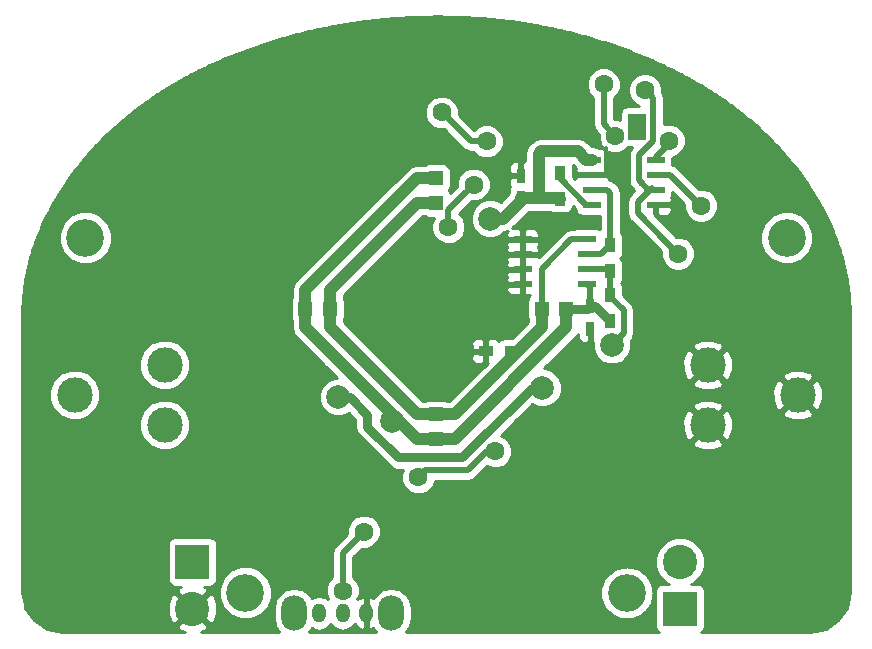
<source format=gbr>
G04 #@! TF.FileFunction,Copper,L2,Bot,Signal*
%FSLAX46Y46*%
G04 Gerber Fmt 4.6, Leading zero omitted, Abs format (unit mm)*
G04 Created by KiCad (PCBNEW 0.201603210401+6634~43~ubuntu14.04.1-product) date Wed 13 Apr 2016 05:04:02 PM EEST*
%MOMM*%
G01*
G04 APERTURE LIST*
%ADD10C,0.100000*%
%ADD11O,1.200000X1.600000*%
%ADD12O,2.200000X3.000000*%
%ADD13R,1.550000X0.600000*%
%ADD14C,3.200000*%
%ADD15C,3.000000*%
%ADD16R,0.750000X1.200000*%
%ADD17R,0.900000X1.200000*%
%ADD18R,1.200000X0.900000*%
%ADD19R,2.900000X2.900000*%
%ADD20C,2.900000*%
%ADD21R,1.198880X1.198880*%
%ADD22R,1.524000X2.199640*%
%ADD23C,2.000000*%
%ADD24C,1.600000*%
%ADD25C,0.500000*%
%ADD26C,0.800000*%
%ADD27C,0.300000*%
%ADD28C,1.000000*%
%ADD29C,0.254000*%
G04 APERTURE END LIST*
D10*
D11*
X79300000Y-131700000D03*
X81300000Y-131700000D03*
X77300000Y-131700000D03*
D12*
X75200000Y-131700000D03*
X83400000Y-131700000D03*
D13*
X105800000Y-93295000D03*
X105800000Y-94565000D03*
X105800000Y-95835000D03*
X105800000Y-97105000D03*
X100400000Y-97105000D03*
X100400000Y-95835000D03*
X100400000Y-94565000D03*
X100400000Y-93295000D03*
D14*
X116910000Y-99910000D03*
X57510000Y-99910000D03*
X71060000Y-129970000D03*
D15*
X110210000Y-115750000D03*
X117830000Y-113210000D03*
X110210000Y-110670000D03*
X56610000Y-113200000D03*
X64230000Y-110660000D03*
X64230000Y-115740000D03*
D16*
X100250000Y-105700000D03*
X100250000Y-107600000D03*
X94400000Y-96550000D03*
X94400000Y-94650000D03*
D17*
X101948026Y-106950000D03*
X101948026Y-104750000D03*
X101948026Y-100550000D03*
X101948026Y-102750000D03*
X97700000Y-96600000D03*
X97700000Y-94400000D03*
D18*
X93600000Y-109500000D03*
X91400000Y-109500000D03*
D19*
X107860000Y-131300000D03*
D20*
X107860000Y-127340000D03*
D19*
X66580000Y-127350000D03*
D20*
X66580000Y-131310000D03*
D21*
X78249020Y-105900000D03*
X76150980Y-105900000D03*
X87200000Y-96949020D03*
X87200000Y-94850980D03*
X87200000Y-114850980D03*
X87200000Y-116949020D03*
X96150980Y-105900000D03*
X98249020Y-105900000D03*
D13*
X94548026Y-103855000D03*
X94548026Y-102585000D03*
X94548026Y-101315000D03*
X94548026Y-100045000D03*
X99948026Y-100045000D03*
X99948026Y-101315000D03*
X99948026Y-102585000D03*
X99948026Y-103855000D03*
D14*
X103360000Y-129980000D03*
D22*
X104200000Y-90500000D03*
D23*
X91900002Y-124500000D03*
D24*
X78900000Y-118500000D03*
X76900000Y-118400000D03*
X74700000Y-118400000D03*
X93750000Y-92750000D03*
X92250000Y-94000000D03*
X74000000Y-106000000D03*
X75499996Y-109500000D03*
D23*
X89500000Y-109499996D03*
D24*
X112200000Y-101249990D03*
D23*
X121000000Y-121000000D03*
X112000000Y-123000000D03*
X93200000Y-122100000D03*
X92300000Y-105300000D03*
X102100000Y-109000000D03*
D24*
X91500000Y-91750000D03*
X87700000Y-89300000D03*
X101400000Y-86900000D03*
X102400000Y-91300000D03*
D23*
X96200000Y-112600000D03*
X78900002Y-113400000D03*
D24*
X90400000Y-95400000D03*
X88250000Y-99000000D03*
X109650000Y-97200000D03*
X104900000Y-87400000D03*
X107700000Y-101249990D03*
X106900000Y-91700000D03*
D23*
X83500000Y-115400000D03*
X91800000Y-98300000D03*
D24*
X79300000Y-129800000D03*
X81100000Y-124800000D03*
X85700000Y-120200000D03*
X92200000Y-118000000D03*
D25*
X91900002Y-123399998D02*
X91900002Y-124500000D01*
X93200000Y-122100000D02*
X91900002Y-123399998D01*
D26*
X74700000Y-118400000D02*
X76900000Y-118400000D01*
D25*
X94400000Y-94650000D02*
X92900000Y-94650000D01*
X92900000Y-94650000D02*
X92250000Y-94000000D01*
D27*
X100400000Y-94565000D02*
X101475000Y-94565000D01*
X101475000Y-94565000D02*
X101600000Y-94440000D01*
X101600000Y-94440000D02*
X101600000Y-92300000D01*
D25*
X112000000Y-123000000D02*
X114000000Y-121000000D01*
X114000000Y-121000000D02*
X121000000Y-121000000D01*
X92277082Y-103177082D02*
X92277082Y-105277082D01*
X92277082Y-105277082D02*
X92300000Y-105300000D01*
X97700000Y-94400000D02*
X97700000Y-94880000D01*
X97700000Y-94880000D02*
X99925000Y-97105000D01*
X99925000Y-97105000D02*
X100400000Y-97105000D01*
X101948026Y-104750000D02*
X101948026Y-104900000D01*
X101948026Y-104900000D02*
X103100000Y-106051974D01*
X103100000Y-106051974D02*
X103100000Y-108000000D01*
X103100000Y-108000000D02*
X102100000Y-109000000D01*
X101948026Y-102750000D02*
X101948026Y-104750000D01*
X99948026Y-102585000D02*
X101783026Y-102585000D01*
X101783026Y-102585000D02*
X101948026Y-102750000D01*
X90150000Y-91750000D02*
X90368630Y-91750000D01*
X90368630Y-91750000D02*
X91500000Y-91750000D01*
X87700000Y-89300000D02*
X90150000Y-91750000D01*
X101400000Y-86900000D02*
X101400000Y-90300000D01*
X101400000Y-90300000D02*
X102400000Y-91300000D01*
D26*
X78900002Y-113400000D02*
X79900000Y-113400000D01*
X79900000Y-113400000D02*
X81400000Y-114900000D01*
X81400000Y-114900000D02*
X81400000Y-115899998D01*
X81400000Y-115899998D02*
X84000002Y-118500000D01*
X84000002Y-118500000D02*
X89400000Y-118500000D01*
X89400000Y-118500000D02*
X95300000Y-112600000D01*
X95300000Y-112600000D02*
X96200000Y-112600000D01*
D28*
X88799440Y-114850980D02*
X93500000Y-110150420D01*
X93500000Y-110150420D02*
X96150980Y-107499440D01*
D25*
X93600000Y-109500000D02*
X93600000Y-110050420D01*
X93600000Y-110050420D02*
X93500000Y-110150420D01*
X96150980Y-105900000D02*
X96150980Y-102567046D01*
X96150980Y-102567046D02*
X98673026Y-100045000D01*
X98673026Y-100045000D02*
X99948026Y-100045000D01*
D28*
X87200000Y-114850980D02*
X88799440Y-114850980D01*
X96150980Y-107499440D02*
X96150980Y-105900000D01*
X87200000Y-96949020D02*
X85600560Y-96949020D01*
X85600560Y-96949020D02*
X78249020Y-104300560D01*
X78249020Y-104300560D02*
X78249020Y-105900000D01*
X87200000Y-114850980D02*
X85600560Y-114850980D01*
X85600560Y-114850980D02*
X78249020Y-107499440D01*
X78249020Y-107499440D02*
X78249020Y-105900000D01*
D25*
X101948026Y-100550000D02*
X101183026Y-101315000D01*
X101183026Y-101315000D02*
X99948026Y-101315000D01*
X100400000Y-95835000D02*
X101675000Y-95835000D01*
X101675000Y-95835000D02*
X101948026Y-96108026D01*
X101948026Y-96108026D02*
X101948026Y-99450000D01*
X101948026Y-99450000D02*
X101948026Y-100550000D01*
D27*
X102010705Y-100487321D02*
X101948026Y-100550000D01*
D25*
X89600001Y-96199999D02*
X90400000Y-95400000D01*
X88250000Y-97550000D02*
X89600001Y-96199999D01*
X88250000Y-99000000D02*
X88250000Y-97550000D01*
X105800000Y-94565000D02*
X107015000Y-94565000D01*
X107015000Y-94565000D02*
X109650000Y-97200000D01*
X104574999Y-95225001D02*
X104400000Y-95050002D01*
X104400000Y-95050002D02*
X104400000Y-92905037D01*
X104400000Y-92905037D02*
X105600000Y-91705037D01*
X105600000Y-91705037D02*
X105600000Y-88100000D01*
X105600000Y-88100000D02*
X104900000Y-87400000D01*
X105800000Y-95835000D02*
X105184998Y-95835000D01*
X105184998Y-95835000D02*
X104574999Y-95225001D01*
X105325000Y-95835000D02*
X105500000Y-95660000D01*
X104664999Y-95315001D02*
X104574999Y-95225001D01*
X106700001Y-100249991D02*
X107700000Y-101249990D01*
X104300000Y-97849990D02*
X106700001Y-100249991D01*
X105325000Y-95835000D02*
X104300000Y-96860000D01*
X104300000Y-96860000D02*
X104300000Y-97849990D01*
X105800000Y-95835000D02*
X105325000Y-95835000D01*
X105800000Y-93295000D02*
X105800000Y-93100000D01*
X105800000Y-93100000D02*
X106900000Y-92000000D01*
X106900000Y-92000000D02*
X106900000Y-91700000D01*
D26*
X98249020Y-105900000D02*
X100050000Y-105900000D01*
X100050000Y-105900000D02*
X100250000Y-105700000D01*
D28*
X83500000Y-115351540D02*
X83500000Y-115400000D01*
X83751540Y-115100000D02*
X83500000Y-115351540D01*
X85600560Y-116949020D02*
X83751540Y-115100000D01*
X83751540Y-115100000D02*
X78600000Y-109948460D01*
X78600000Y-109948460D02*
X76150980Y-107499440D01*
X78565759Y-109948460D02*
X78600000Y-109948460D01*
X76150980Y-105900000D02*
X76150980Y-104300560D01*
X76150980Y-104300560D02*
X85600560Y-94850980D01*
X85600560Y-94850980D02*
X87200000Y-94850980D01*
X87200000Y-116949020D02*
X85600560Y-116949020D01*
X76150980Y-107499440D02*
X76150980Y-105900000D01*
X98249020Y-105900000D02*
X98249020Y-107499440D01*
X98249020Y-107499440D02*
X88799440Y-116949020D01*
X88799440Y-116949020D02*
X87200000Y-116949020D01*
D26*
X100250000Y-105700000D02*
X100698026Y-105700000D01*
X100698026Y-105700000D02*
X101948026Y-106950000D01*
D25*
X100250000Y-105700000D02*
X100250000Y-104156974D01*
X100250000Y-104156974D02*
X99948026Y-103855000D01*
D28*
X94400000Y-96775000D02*
X92875000Y-98300000D01*
X92875000Y-98300000D02*
X91800000Y-98300000D01*
X94400000Y-96550000D02*
X94400000Y-96775000D01*
X95900000Y-96550000D02*
X95900000Y-92800000D01*
X95900000Y-92800000D02*
X96100000Y-92600000D01*
X96100000Y-92600000D02*
X99230000Y-92600000D01*
X99230000Y-92600000D02*
X99925000Y-93295000D01*
X99925000Y-93295000D02*
X100400000Y-93295000D01*
X95900000Y-96550000D02*
X97650000Y-96550000D01*
X94400000Y-96550000D02*
X95900000Y-96550000D01*
X97650000Y-96550000D02*
X97700000Y-96600000D01*
D25*
X92200000Y-118000000D02*
X91500000Y-118000000D01*
X91500000Y-118000000D02*
X89900000Y-119600000D01*
X89900000Y-119600000D02*
X86300000Y-119600000D01*
X86300000Y-119600000D02*
X85700000Y-120200000D01*
X81100000Y-124800000D02*
X79300000Y-126600000D01*
X79300000Y-126600000D02*
X79300000Y-129800000D01*
D29*
G36*
X87612043Y-81174148D02*
X87877162Y-81176119D01*
X88142208Y-81179569D01*
X88407457Y-81184499D01*
X88672643Y-81190911D01*
X88937505Y-81198696D01*
X89202269Y-81208057D01*
X89467054Y-81218900D01*
X89731902Y-81231132D01*
X89996259Y-81244921D01*
X90260660Y-81260201D01*
X90524659Y-81276947D01*
X90788793Y-81295286D01*
X91052509Y-81314988D01*
X91316345Y-81336292D01*
X91579381Y-81358934D01*
X91842676Y-81383282D01*
X92105428Y-81408996D01*
X92367953Y-81436272D01*
X92630388Y-81465059D01*
X92892401Y-81495299D01*
X93153998Y-81527112D01*
X93415360Y-81560411D01*
X93676382Y-81595181D01*
X93937046Y-81631447D01*
X94197429Y-81669194D01*
X94457383Y-81708330D01*
X94716808Y-81748923D01*
X94975847Y-81790914D01*
X95234314Y-81834353D01*
X95492279Y-81879268D01*
X95750071Y-81925601D01*
X96006935Y-81973351D01*
X96263676Y-82022550D01*
X96519767Y-82073098D01*
X96775202Y-82125091D01*
X97030359Y-82178528D01*
X97284501Y-82233254D01*
X97538556Y-82289546D01*
X97791829Y-82347077D01*
X98044326Y-82406065D01*
X98296518Y-82466379D01*
X98547905Y-82528141D01*
X98798629Y-82591167D01*
X99048519Y-82655633D01*
X99298102Y-82721478D01*
X99546643Y-82788608D01*
X99795030Y-82857238D01*
X100042101Y-82927000D01*
X100288701Y-82998203D01*
X100534699Y-83070810D01*
X100779641Y-83144618D01*
X101023891Y-83219832D01*
X101267704Y-83296405D01*
X101510252Y-83374139D01*
X101752222Y-83453286D01*
X101993311Y-83533715D01*
X102233391Y-83615447D01*
X102472917Y-83698572D01*
X102711538Y-83782838D01*
X102949105Y-83868420D01*
X103185846Y-83955304D01*
X103421519Y-84043399D01*
X103656762Y-84133043D01*
X103890671Y-84223636D01*
X104123544Y-84315547D01*
X104355825Y-84408854D01*
X104586770Y-84503197D01*
X104816972Y-84599016D01*
X105046019Y-84695943D01*
X105274282Y-84794178D01*
X105501207Y-84893495D01*
X105727149Y-84994132D01*
X105952180Y-85095981D01*
X106176111Y-85199099D01*
X106398892Y-85303365D01*
X106620508Y-85408770D01*
X106840963Y-85515413D01*
X107060628Y-85623377D01*
X107278986Y-85732409D01*
X107496032Y-85842552D01*
X107712190Y-85954069D01*
X107926830Y-86066491D01*
X108140453Y-86180324D01*
X108352755Y-86295108D01*
X108564171Y-86411328D01*
X108774117Y-86528466D01*
X108982761Y-86646766D01*
X109189999Y-86766167D01*
X109396433Y-86886964D01*
X109601361Y-87008705D01*
X109804780Y-87131482D01*
X110006990Y-87255474D01*
X110207831Y-87380546D01*
X110407521Y-87506810D01*
X110605764Y-87634105D01*
X110802581Y-87762541D01*
X110998046Y-87891968D01*
X111192121Y-88022593D01*
X111384645Y-88154138D01*
X111575911Y-88286937D01*
X111765633Y-88420692D01*
X111953813Y-88555540D01*
X112140534Y-88691400D01*
X112325728Y-88828364D01*
X112509270Y-88966191D01*
X112691422Y-89105299D01*
X112872129Y-89245328D01*
X113051163Y-89386445D01*
X113228778Y-89528477D01*
X113404828Y-89671586D01*
X113579278Y-89815561D01*
X113752362Y-89960774D01*
X113923788Y-90106706D01*
X114093557Y-90253618D01*
X114261775Y-90401528D01*
X114428622Y-90550489D01*
X114593797Y-90700231D01*
X114757204Y-90850761D01*
X114919067Y-91002374D01*
X115079497Y-91154894D01*
X115238162Y-91308192D01*
X115395364Y-91462464D01*
X115550787Y-91617497D01*
X115704723Y-91773484D01*
X115857087Y-91930339D01*
X116007583Y-92087751D01*
X116156429Y-92246148D01*
X116304016Y-92405652D01*
X116449694Y-92565556D01*
X116593648Y-92726372D01*
X116735970Y-92887884D01*
X116876573Y-93050214D01*
X117015675Y-93213394D01*
X117152891Y-93377196D01*
X117288667Y-93541919D01*
X117422550Y-93707156D01*
X117554762Y-93873150D01*
X117685306Y-94039908D01*
X117814147Y-94207412D01*
X117941231Y-94375463D01*
X118066550Y-94544176D01*
X118190147Y-94713574D01*
X118312084Y-94883683D01*
X118432161Y-95054415D01*
X118550745Y-95225963D01*
X118667350Y-95397859D01*
X118782144Y-95570245D01*
X118895211Y-95743491D01*
X119006621Y-95917314D01*
X119116229Y-96091734D01*
X119224044Y-96266667D01*
X119329967Y-96442008D01*
X119434214Y-96618149D01*
X119536590Y-96794567D01*
X119637093Y-96971611D01*
X119735982Y-97149379D01*
X119832840Y-97327293D01*
X119927922Y-97505911D01*
X120021250Y-97685000D01*
X120112830Y-97864667D01*
X120202312Y-98044406D01*
X120290071Y-98224966D01*
X120376053Y-98405847D01*
X120460040Y-98587188D01*
X120542288Y-98768928D01*
X120622601Y-98951158D01*
X120701065Y-99133756D01*
X120777628Y-99316694D01*
X120852390Y-99500113D01*
X120925167Y-99683798D01*
X120996091Y-99867834D01*
X121064986Y-100052005D01*
X121132030Y-100236882D01*
X121197249Y-100422087D01*
X121260488Y-100607454D01*
X121321857Y-100793201D01*
X121381212Y-100979195D01*
X121438703Y-101165484D01*
X121494232Y-101352059D01*
X121547741Y-101538954D01*
X121599437Y-101726125D01*
X121649080Y-101913589D01*
X121696839Y-102101150D01*
X121742495Y-102288986D01*
X121786335Y-102477193D01*
X121828055Y-102665173D01*
X121867804Y-102853689D01*
X121905643Y-103042594D01*
X121941505Y-103231448D01*
X121975237Y-103420349D01*
X122007078Y-103609748D01*
X122036957Y-103799146D01*
X122064696Y-103988599D01*
X122090405Y-104178093D01*
X122114135Y-104368128D01*
X122135895Y-104558002D01*
X122155527Y-104747870D01*
X122173060Y-104938031D01*
X122188660Y-105128317D01*
X122202133Y-105318484D01*
X122213588Y-105508886D01*
X122222928Y-105699439D01*
X122230245Y-105889955D01*
X122235534Y-106080373D01*
X122238613Y-106270961D01*
X122239691Y-106465274D01*
X122239691Y-129907285D01*
X121974953Y-131238212D01*
X121259259Y-132309323D01*
X120188150Y-133025014D01*
X118857224Y-133289752D01*
X109645174Y-133289752D01*
X109767809Y-133207809D01*
X109908157Y-132997765D01*
X109957440Y-132750000D01*
X109957440Y-129850000D01*
X109908157Y-129602235D01*
X109767809Y-129392191D01*
X109557765Y-129251843D01*
X109310000Y-129202560D01*
X108812134Y-129202560D01*
X109039515Y-129108608D01*
X109626547Y-128522600D01*
X109944638Y-127756552D01*
X109945362Y-126927087D01*
X109628608Y-126160485D01*
X109042600Y-125573453D01*
X108276552Y-125255362D01*
X107447087Y-125254638D01*
X106680485Y-125571392D01*
X106093453Y-126157400D01*
X105775362Y-126923448D01*
X105774638Y-127752913D01*
X106091392Y-128519515D01*
X106677400Y-129106547D01*
X106908625Y-129202560D01*
X106410000Y-129202560D01*
X106162235Y-129251843D01*
X105952191Y-129392191D01*
X105811843Y-129602235D01*
X105762560Y-129850000D01*
X105762560Y-132750000D01*
X105811843Y-132997765D01*
X105952191Y-133207809D01*
X106074826Y-133289752D01*
X84679553Y-133289752D01*
X85002931Y-132805783D01*
X85135000Y-132141827D01*
X85135000Y-131258173D01*
X85002931Y-130594217D01*
X84626830Y-130031343D01*
X84531433Y-129967600D01*
X101103256Y-129967600D01*
X101124915Y-130076488D01*
X101124613Y-130422619D01*
X101257957Y-130745335D01*
X101275288Y-130832465D01*
X101324212Y-130905685D01*
X101464155Y-131244372D01*
X101725339Y-131506013D01*
X101765195Y-131565661D01*
X101824322Y-131605168D01*
X102092321Y-131873636D01*
X102445742Y-132020389D01*
X102498391Y-132055568D01*
X102559952Y-132067813D01*
X102913481Y-132214611D01*
X103299650Y-132214948D01*
X103363256Y-132227600D01*
X103426306Y-132215059D01*
X103802619Y-132215387D01*
X104153475Y-132070416D01*
X104228121Y-132055568D01*
X104290850Y-132013654D01*
X104624372Y-131875845D01*
X104882023Y-131618644D01*
X104961317Y-131565661D01*
X105013837Y-131487060D01*
X105253636Y-131247679D01*
X105384718Y-130931998D01*
X105451224Y-130832465D01*
X105474374Y-130716083D01*
X105594611Y-130426519D01*
X105594887Y-130110221D01*
X105623256Y-129967600D01*
X105595135Y-129826225D01*
X105595387Y-129537381D01*
X105484112Y-129268076D01*
X105451224Y-129102735D01*
X105358383Y-128963790D01*
X105255845Y-128715628D01*
X105064471Y-128523919D01*
X104961317Y-128369539D01*
X104808286Y-128267287D01*
X104627679Y-128086364D01*
X104389505Y-127987466D01*
X104228121Y-127879632D01*
X104039417Y-127842096D01*
X103806519Y-127745389D01*
X103552118Y-127745167D01*
X103363256Y-127707600D01*
X103176044Y-127744839D01*
X102917381Y-127744613D01*
X102676216Y-127844260D01*
X102498391Y-127879632D01*
X102348955Y-127979482D01*
X102095628Y-128084155D01*
X101899929Y-128279512D01*
X101765195Y-128369539D01*
X101675955Y-128503096D01*
X101466364Y-128712321D01*
X101351795Y-128988235D01*
X101275288Y-129102735D01*
X101248657Y-129236618D01*
X101125389Y-129533481D01*
X101125106Y-129857752D01*
X101103256Y-129967600D01*
X84531433Y-129967600D01*
X84063956Y-129655242D01*
X83400000Y-129523173D01*
X82736044Y-129655242D01*
X82173170Y-130031343D01*
X81899734Y-130440568D01*
X81660161Y-130312526D01*
X81617609Y-130306538D01*
X81427000Y-130431269D01*
X81427000Y-131573000D01*
X81447000Y-131573000D01*
X81447000Y-131827000D01*
X81427000Y-131827000D01*
X81427000Y-132968731D01*
X81617609Y-133093462D01*
X81660161Y-133087474D01*
X81899734Y-132959432D01*
X82120447Y-133289752D01*
X76479553Y-133289752D01*
X76688841Y-132976531D01*
X76827386Y-133069104D01*
X77300000Y-133163113D01*
X77772614Y-133069104D01*
X78173277Y-132801390D01*
X78300000Y-132611735D01*
X78426723Y-132801390D01*
X78827386Y-133069104D01*
X79300000Y-133163113D01*
X79772614Y-133069104D01*
X80173277Y-132801390D01*
X80304342Y-132605236D01*
X80512828Y-132859255D01*
X80939839Y-133087474D01*
X80982391Y-133093462D01*
X81173000Y-132968731D01*
X81173000Y-131827000D01*
X81153000Y-131827000D01*
X81153000Y-131573000D01*
X81173000Y-131573000D01*
X81173000Y-130431269D01*
X80982391Y-130306538D01*
X80939839Y-130312526D01*
X80555732Y-130517815D01*
X80734750Y-130086691D01*
X80735248Y-129515813D01*
X80517243Y-128988200D01*
X80185000Y-128655377D01*
X80185000Y-126966580D01*
X80916739Y-126234840D01*
X81384187Y-126235248D01*
X81911800Y-126017243D01*
X82315824Y-125613923D01*
X82534750Y-125086691D01*
X82535248Y-124515813D01*
X82317243Y-123988200D01*
X81913923Y-123584176D01*
X81386691Y-123365250D01*
X80815813Y-123364752D01*
X80288200Y-123582757D01*
X79884176Y-123986077D01*
X79665250Y-124513309D01*
X79664840Y-124983581D01*
X78674210Y-125974210D01*
X78482367Y-126261325D01*
X78482367Y-126261326D01*
X78414999Y-126600000D01*
X78415000Y-126600005D01*
X78415000Y-128655829D01*
X78084176Y-128986077D01*
X77865250Y-129513309D01*
X77864752Y-130084187D01*
X78040706Y-130510029D01*
X77772614Y-130330896D01*
X77300000Y-130236887D01*
X76827386Y-130330896D01*
X76688841Y-130423469D01*
X76426830Y-130031343D01*
X75863956Y-129655242D01*
X75200000Y-129523173D01*
X74536044Y-129655242D01*
X73973170Y-130031343D01*
X73597069Y-130594217D01*
X73465000Y-131258173D01*
X73465000Y-132141827D01*
X73597069Y-132805783D01*
X73920447Y-133289752D01*
X67269901Y-133289752D01*
X67724565Y-133101424D01*
X67878244Y-132787849D01*
X66580000Y-131489605D01*
X65281756Y-132787849D01*
X65435435Y-133101424D01*
X65917848Y-133289752D01*
X55557467Y-133289752D01*
X54226540Y-133025014D01*
X53155429Y-132309320D01*
X52439738Y-131238211D01*
X52380044Y-130938108D01*
X64486934Y-130938108D01*
X64503942Y-131767398D01*
X64788576Y-132454565D01*
X65102151Y-132608244D01*
X66400395Y-131310000D01*
X66759605Y-131310000D01*
X68057849Y-132608244D01*
X68371424Y-132454565D01*
X68673066Y-131681892D01*
X68656058Y-130852602D01*
X68473812Y-130412619D01*
X68824613Y-130412619D01*
X69164155Y-131234372D01*
X69792321Y-131863636D01*
X70613481Y-132204611D01*
X71502619Y-132205387D01*
X72324372Y-131865845D01*
X72953636Y-131237679D01*
X73294611Y-130416519D01*
X73295387Y-129527381D01*
X72955845Y-128705628D01*
X72327679Y-128076364D01*
X71506519Y-127735389D01*
X70617381Y-127734613D01*
X69795628Y-128074155D01*
X69166364Y-128702321D01*
X68825389Y-129523481D01*
X68824613Y-130412619D01*
X68473812Y-130412619D01*
X68371424Y-130165435D01*
X68057849Y-130011756D01*
X66759605Y-131310000D01*
X66400395Y-131310000D01*
X65102151Y-130011756D01*
X64788576Y-130165435D01*
X64486934Y-130938108D01*
X52380044Y-130938108D01*
X52175000Y-129907285D01*
X52175000Y-125900000D01*
X64482560Y-125900000D01*
X64482560Y-128800000D01*
X64531843Y-129047765D01*
X64672191Y-129257809D01*
X64882235Y-129398157D01*
X65130000Y-129447440D01*
X65607172Y-129447440D01*
X65435435Y-129518576D01*
X65281756Y-129832151D01*
X66580000Y-131130395D01*
X67878244Y-129832151D01*
X67724565Y-129518576D01*
X67542346Y-129447440D01*
X68030000Y-129447440D01*
X68277765Y-129398157D01*
X68487809Y-129257809D01*
X68628157Y-129047765D01*
X68677440Y-128800000D01*
X68677440Y-125900000D01*
X68628157Y-125652235D01*
X68487809Y-125442191D01*
X68277765Y-125301843D01*
X68030000Y-125252560D01*
X65130000Y-125252560D01*
X64882235Y-125301843D01*
X64672191Y-125442191D01*
X64531843Y-125652235D01*
X64482560Y-125900000D01*
X52175000Y-125900000D01*
X52175000Y-116162815D01*
X62094630Y-116162815D01*
X62418980Y-116947800D01*
X63019041Y-117548909D01*
X63803459Y-117874628D01*
X64652815Y-117875370D01*
X65437800Y-117551020D01*
X66038909Y-116950959D01*
X66364628Y-116166541D01*
X66365370Y-115317185D01*
X66041020Y-114532200D01*
X65440959Y-113931091D01*
X64656541Y-113605372D01*
X63807185Y-113604630D01*
X63022200Y-113928980D01*
X62421091Y-114529041D01*
X62095372Y-115313459D01*
X62094630Y-116162815D01*
X52175000Y-116162815D01*
X52175000Y-113622815D01*
X54474630Y-113622815D01*
X54798980Y-114407800D01*
X55399041Y-115008909D01*
X56183459Y-115334628D01*
X57032815Y-115335370D01*
X57817800Y-115011020D01*
X58418909Y-114410959D01*
X58744628Y-113626541D01*
X58745370Y-112777185D01*
X58421020Y-111992200D01*
X57820959Y-111391091D01*
X57078549Y-111082815D01*
X62094630Y-111082815D01*
X62418980Y-111867800D01*
X63019041Y-112468909D01*
X63803459Y-112794628D01*
X64652815Y-112795370D01*
X65437800Y-112471020D01*
X66038909Y-111870959D01*
X66364628Y-111086541D01*
X66365370Y-110237185D01*
X66041020Y-109452200D01*
X65440959Y-108851091D01*
X64656541Y-108525372D01*
X63807185Y-108524630D01*
X63022200Y-108848980D01*
X62421091Y-109449041D01*
X62095372Y-110233459D01*
X62094630Y-111082815D01*
X57078549Y-111082815D01*
X57036541Y-111065372D01*
X56187185Y-111064630D01*
X55402200Y-111388980D01*
X54801091Y-111989041D01*
X54475372Y-112773459D01*
X54474630Y-113622815D01*
X52175000Y-113622815D01*
X52175000Y-106461615D01*
X52174992Y-106461572D01*
X52176049Y-106271100D01*
X52179222Y-106080574D01*
X52184518Y-105889953D01*
X52191827Y-105699608D01*
X52201267Y-105508994D01*
X52212710Y-105318876D01*
X52214016Y-105300560D01*
X74904100Y-105300560D01*
X74904100Y-106499440D01*
X74953383Y-106747205D01*
X75015980Y-106840887D01*
X75015980Y-107499440D01*
X75102377Y-107933786D01*
X75278545Y-108197440D01*
X75348414Y-108302006D01*
X77694243Y-110647835D01*
X77763193Y-110751026D01*
X77866384Y-110819976D01*
X78811329Y-111764921D01*
X78576207Y-111764716D01*
X77975059Y-112013106D01*
X77514724Y-112472637D01*
X77265286Y-113073352D01*
X77264718Y-113723795D01*
X77513108Y-114324943D01*
X77972639Y-114785278D01*
X78573354Y-115034716D01*
X79223797Y-115035284D01*
X79823698Y-114787409D01*
X80365000Y-115328711D01*
X80365000Y-115899993D01*
X80364999Y-115899998D01*
X80443785Y-116296075D01*
X80668144Y-116631854D01*
X83268144Y-119231853D01*
X83268146Y-119231856D01*
X83603925Y-119456215D01*
X84000002Y-119535001D01*
X84000007Y-119535000D01*
X84422338Y-119535000D01*
X84265250Y-119913309D01*
X84264752Y-120484187D01*
X84482757Y-121011800D01*
X84886077Y-121415824D01*
X85413309Y-121634750D01*
X85984187Y-121635248D01*
X86511800Y-121417243D01*
X86915824Y-121013923D01*
X87134750Y-120486691D01*
X87134751Y-120485000D01*
X89899995Y-120485000D01*
X89900000Y-120485001D01*
X90182484Y-120428810D01*
X90238675Y-120417633D01*
X90525790Y-120225790D01*
X91491839Y-119259740D01*
X91913309Y-119434750D01*
X92484187Y-119435248D01*
X93011800Y-119217243D01*
X93415824Y-118813923D01*
X93634750Y-118286691D01*
X93635248Y-117715813D01*
X93448551Y-117263970D01*
X108875635Y-117263970D01*
X109035418Y-117582739D01*
X109826187Y-117892723D01*
X110675387Y-117876497D01*
X111384582Y-117582739D01*
X111544365Y-117263970D01*
X110210000Y-115929605D01*
X108875635Y-117263970D01*
X93448551Y-117263970D01*
X93417243Y-117188200D01*
X93013923Y-116784176D01*
X92706987Y-116656725D01*
X93997525Y-115366187D01*
X108067277Y-115366187D01*
X108083503Y-116215387D01*
X108377261Y-116924582D01*
X108696030Y-117084365D01*
X110030395Y-115750000D01*
X110389605Y-115750000D01*
X111723970Y-117084365D01*
X112042739Y-116924582D01*
X112352723Y-116133813D01*
X112336497Y-115284613D01*
X112104272Y-114723970D01*
X116495635Y-114723970D01*
X116655418Y-115042739D01*
X117446187Y-115352723D01*
X118295387Y-115336497D01*
X119004582Y-115042739D01*
X119164365Y-114723970D01*
X117830000Y-113389605D01*
X116495635Y-114723970D01*
X112104272Y-114723970D01*
X112042739Y-114575418D01*
X111723970Y-114415635D01*
X110389605Y-115750000D01*
X110030395Y-115750000D01*
X108696030Y-114415635D01*
X108377261Y-114575418D01*
X108067277Y-115366187D01*
X93997525Y-115366187D01*
X95127682Y-114236030D01*
X108875635Y-114236030D01*
X110210000Y-115570395D01*
X111544365Y-114236030D01*
X111384582Y-113917261D01*
X110593813Y-113607277D01*
X109744613Y-113623503D01*
X109035418Y-113917261D01*
X108875635Y-114236030D01*
X95127682Y-114236030D01*
X95347393Y-114016319D01*
X95873352Y-114234716D01*
X96523795Y-114235284D01*
X97124943Y-113986894D01*
X97585278Y-113527363D01*
X97834716Y-112926648D01*
X97834803Y-112826187D01*
X115687277Y-112826187D01*
X115703503Y-113675387D01*
X115997261Y-114384582D01*
X116316030Y-114544365D01*
X117650395Y-113210000D01*
X118009605Y-113210000D01*
X119343970Y-114544365D01*
X119662739Y-114384582D01*
X119972723Y-113593813D01*
X119956497Y-112744613D01*
X119662739Y-112035418D01*
X119343970Y-111875635D01*
X118009605Y-113210000D01*
X117650395Y-113210000D01*
X116316030Y-111875635D01*
X115997261Y-112035418D01*
X115687277Y-112826187D01*
X97834803Y-112826187D01*
X97835284Y-112276205D01*
X97797174Y-112183970D01*
X108875635Y-112183970D01*
X109035418Y-112502739D01*
X109826187Y-112812723D01*
X110675387Y-112796497D01*
X111384582Y-112502739D01*
X111544365Y-112183970D01*
X110210000Y-110849605D01*
X108875635Y-112183970D01*
X97797174Y-112183970D01*
X97586894Y-111675057D01*
X97127363Y-111214722D01*
X96526648Y-110965284D01*
X96388429Y-110965163D01*
X99051586Y-108302006D01*
X99121455Y-108197440D01*
X99240000Y-108020025D01*
X99240000Y-108326309D01*
X99336673Y-108559698D01*
X99515301Y-108738327D01*
X99748690Y-108835000D01*
X99964250Y-108835000D01*
X100123000Y-108676250D01*
X100123000Y-107727000D01*
X100103000Y-107727000D01*
X100103000Y-107473000D01*
X100123000Y-107473000D01*
X100123000Y-107453000D01*
X100377000Y-107453000D01*
X100377000Y-107473000D01*
X100397000Y-107473000D01*
X100397000Y-107727000D01*
X100377000Y-107727000D01*
X100377000Y-108676250D01*
X100465204Y-108764454D01*
X100464716Y-109323795D01*
X100713106Y-109924943D01*
X101172637Y-110385278D01*
X101773352Y-110634716D01*
X102423795Y-110635284D01*
X103024943Y-110386894D01*
X103125826Y-110286187D01*
X108067277Y-110286187D01*
X108083503Y-111135387D01*
X108377261Y-111844582D01*
X108696030Y-112004365D01*
X110030395Y-110670000D01*
X110389605Y-110670000D01*
X111723970Y-112004365D01*
X112042739Y-111844582D01*
X112100971Y-111696030D01*
X116495635Y-111696030D01*
X117830000Y-113030395D01*
X119164365Y-111696030D01*
X119004582Y-111377261D01*
X118213813Y-111067277D01*
X117364613Y-111083503D01*
X116655418Y-111377261D01*
X116495635Y-111696030D01*
X112100971Y-111696030D01*
X112352723Y-111053813D01*
X112336497Y-110204613D01*
X112042739Y-109495418D01*
X111723970Y-109335635D01*
X110389605Y-110670000D01*
X110030395Y-110670000D01*
X108696030Y-109335635D01*
X108377261Y-109495418D01*
X108067277Y-110286187D01*
X103125826Y-110286187D01*
X103485278Y-109927363D01*
X103734716Y-109326648D01*
X103734864Y-109156030D01*
X108875635Y-109156030D01*
X110210000Y-110490395D01*
X111544365Y-109156030D01*
X111384582Y-108837261D01*
X110593813Y-108527277D01*
X109744613Y-108543503D01*
X109035418Y-108837261D01*
X108875635Y-109156030D01*
X103734864Y-109156030D01*
X103735284Y-108676205D01*
X103717767Y-108633812D01*
X103725787Y-108625792D01*
X103725790Y-108625790D01*
X103874947Y-108402560D01*
X103917634Y-108338674D01*
X103985001Y-108000000D01*
X103985000Y-107999995D01*
X103985000Y-106051979D01*
X103985001Y-106051974D01*
X103917633Y-105713299D01*
X103865698Y-105635572D01*
X103725790Y-105426184D01*
X103725787Y-105426182D01*
X103045466Y-104745860D01*
X103045466Y-104150000D01*
X102996183Y-103902235D01*
X102894462Y-103750000D01*
X102996183Y-103597765D01*
X103045466Y-103350000D01*
X103045466Y-102150000D01*
X102996183Y-101902235D01*
X102855835Y-101692191D01*
X102792692Y-101650000D01*
X102855835Y-101607809D01*
X102996183Y-101397765D01*
X103045466Y-101150000D01*
X103045466Y-99950000D01*
X102996183Y-99702235D01*
X102855835Y-99492191D01*
X102833026Y-99476950D01*
X102833026Y-96108031D01*
X102833027Y-96108026D01*
X102765659Y-95769351D01*
X102758180Y-95758158D01*
X102573816Y-95482236D01*
X102573813Y-95482234D01*
X102300790Y-95209210D01*
X102265726Y-95185781D01*
X102013675Y-95017367D01*
X101936285Y-95001973D01*
X101810000Y-94976853D01*
X101810000Y-94850750D01*
X101651250Y-94692000D01*
X100527000Y-94692000D01*
X100527000Y-94712000D01*
X100273000Y-94712000D01*
X100273000Y-94692000D01*
X99148750Y-94692000D01*
X98990000Y-94850750D01*
X98990000Y-94918420D01*
X98797440Y-94725860D01*
X98797440Y-93800000D01*
X98790630Y-93765762D01*
X99040834Y-94015966D01*
X98990000Y-94138690D01*
X98990000Y-94279250D01*
X99148750Y-94438000D01*
X100273000Y-94438000D01*
X100273000Y-94430000D01*
X100400000Y-94430000D01*
X100460328Y-94418000D01*
X100527000Y-94418000D01*
X100527000Y-94438000D01*
X101651250Y-94438000D01*
X101810000Y-94279250D01*
X101810000Y-94138690D01*
X101720232Y-93921972D01*
X101773157Y-93842765D01*
X101822440Y-93595000D01*
X101822440Y-92995000D01*
X101773157Y-92747235D01*
X101632809Y-92537191D01*
X101625052Y-92532008D01*
X102113309Y-92734750D01*
X102684187Y-92735248D01*
X103211800Y-92517243D01*
X103482254Y-92247260D01*
X103806197Y-92247260D01*
X103774210Y-92279247D01*
X103582367Y-92566362D01*
X103572128Y-92617837D01*
X103514999Y-92905037D01*
X103515000Y-92905042D01*
X103515000Y-95049997D01*
X103514999Y-95050002D01*
X103561809Y-95285325D01*
X103582367Y-95388677D01*
X103711963Y-95582632D01*
X103774210Y-95675792D01*
X103949207Y-95850788D01*
X103949209Y-95850791D01*
X104003419Y-95905001D01*
X103674210Y-96234210D01*
X103482367Y-96521325D01*
X103482367Y-96521326D01*
X103414999Y-96860000D01*
X103415000Y-96860005D01*
X103415000Y-97849985D01*
X103414999Y-97849990D01*
X103460734Y-98079909D01*
X103482367Y-98188665D01*
X103668707Y-98467544D01*
X103674210Y-98475780D01*
X106074209Y-100875778D01*
X106074211Y-100875781D01*
X106265160Y-101066730D01*
X106264752Y-101534177D01*
X106482757Y-102061790D01*
X106886077Y-102465814D01*
X107413309Y-102684740D01*
X107984187Y-102685238D01*
X108511800Y-102467233D01*
X108915824Y-102063913D01*
X109134750Y-101536681D01*
X109135248Y-100965803D01*
X108917243Y-100438190D01*
X108831822Y-100352619D01*
X114674613Y-100352619D01*
X115014155Y-101174372D01*
X115642321Y-101803636D01*
X116463481Y-102144611D01*
X117352619Y-102145387D01*
X118174372Y-101805845D01*
X118803636Y-101177679D01*
X119144611Y-100356519D01*
X119145387Y-99467381D01*
X118805845Y-98645628D01*
X118177679Y-98016364D01*
X117356519Y-97675389D01*
X116467381Y-97674613D01*
X115645628Y-98014155D01*
X115016364Y-98642321D01*
X114675389Y-99463481D01*
X114674613Y-100352619D01*
X108831822Y-100352619D01*
X108513923Y-100034166D01*
X107986691Y-99815240D01*
X107516420Y-99814830D01*
X107325791Y-99624201D01*
X107325788Y-99624199D01*
X105627920Y-97926330D01*
X105673000Y-97881250D01*
X105673000Y-97232000D01*
X105927000Y-97232000D01*
X105927000Y-97881250D01*
X106085750Y-98040000D01*
X106701309Y-98040000D01*
X106934698Y-97943327D01*
X107113327Y-97764699D01*
X107210000Y-97531310D01*
X107210000Y-97390750D01*
X107051250Y-97232000D01*
X105927000Y-97232000D01*
X105673000Y-97232000D01*
X105653000Y-97232000D01*
X105653000Y-96978000D01*
X105673000Y-96978000D01*
X105673000Y-96958000D01*
X105927000Y-96958000D01*
X105927000Y-96978000D01*
X107051250Y-96978000D01*
X107210000Y-96819250D01*
X107210000Y-96678690D01*
X107120232Y-96461972D01*
X107173157Y-96382765D01*
X107222440Y-96135000D01*
X107222440Y-96024020D01*
X108215160Y-97016739D01*
X108214752Y-97484187D01*
X108432757Y-98011800D01*
X108836077Y-98415824D01*
X109363309Y-98634750D01*
X109934187Y-98635248D01*
X110461800Y-98417243D01*
X110865824Y-98013923D01*
X111084750Y-97486691D01*
X111085248Y-96915813D01*
X110867243Y-96388200D01*
X110463923Y-95984176D01*
X109936691Y-95765250D01*
X109466419Y-95764840D01*
X107640790Y-93939210D01*
X107613222Y-93920790D01*
X107353675Y-93747367D01*
X107288008Y-93734305D01*
X107198281Y-93716457D01*
X107222440Y-93595000D01*
X107222440Y-93119442D01*
X107711800Y-92917243D01*
X108115824Y-92513923D01*
X108334750Y-91986691D01*
X108335248Y-91415813D01*
X108117243Y-90888200D01*
X107713923Y-90484176D01*
X107186691Y-90265250D01*
X106615813Y-90264752D01*
X106485000Y-90318803D01*
X106485000Y-88100000D01*
X106417633Y-87761325D01*
X106334793Y-87637346D01*
X106335248Y-87115813D01*
X106117243Y-86588200D01*
X105713923Y-86184176D01*
X105186691Y-85965250D01*
X104615813Y-85964752D01*
X104088200Y-86182757D01*
X103684176Y-86586077D01*
X103465250Y-87113309D01*
X103464752Y-87684187D01*
X103682757Y-88211800D01*
X104086077Y-88615824D01*
X104415807Y-88752740D01*
X103438000Y-88752740D01*
X103190235Y-88802023D01*
X102980191Y-88942371D01*
X102839843Y-89152415D01*
X102790560Y-89400180D01*
X102790560Y-89908380D01*
X102686691Y-89865250D01*
X102285000Y-89864900D01*
X102285000Y-88044171D01*
X102615824Y-87713923D01*
X102834750Y-87186691D01*
X102835248Y-86615813D01*
X102617243Y-86088200D01*
X102213923Y-85684176D01*
X101686691Y-85465250D01*
X101115813Y-85464752D01*
X100588200Y-85682757D01*
X100184176Y-86086077D01*
X99965250Y-86613309D01*
X99964752Y-87184187D01*
X100182757Y-87711800D01*
X100515000Y-88044623D01*
X100515000Y-90299995D01*
X100514999Y-90300000D01*
X100566078Y-90556787D01*
X100582367Y-90638675D01*
X100749093Y-90888200D01*
X100774210Y-90925790D01*
X100965160Y-91116740D01*
X100964752Y-91584187D01*
X101182757Y-92111800D01*
X101556522Y-92486217D01*
X101422765Y-92396843D01*
X101175000Y-92347560D01*
X100985747Y-92347560D01*
X100834346Y-92246397D01*
X100400000Y-92160000D01*
X100395132Y-92160000D01*
X100032566Y-91797434D01*
X100017343Y-91787262D01*
X99664346Y-91551397D01*
X99230000Y-91465000D01*
X96100000Y-91465000D01*
X95665654Y-91551397D01*
X95312657Y-91787262D01*
X95297434Y-91797434D01*
X95097434Y-91997434D01*
X94851397Y-92365654D01*
X94765000Y-92800000D01*
X94765000Y-93415000D01*
X94685750Y-93415000D01*
X94527000Y-93573750D01*
X94527000Y-94523000D01*
X94547000Y-94523000D01*
X94547000Y-94777000D01*
X94527000Y-94777000D01*
X94527000Y-94797000D01*
X94273000Y-94797000D01*
X94273000Y-94777000D01*
X93548750Y-94777000D01*
X93390000Y-94935750D01*
X93390000Y-95376309D01*
X93486673Y-95609698D01*
X93487873Y-95610898D01*
X93426843Y-95702235D01*
X93377560Y-95950000D01*
X93377560Y-96076498D01*
X93351397Y-96115654D01*
X93325867Y-96244001D01*
X92676335Y-96893533D01*
X92126648Y-96665284D01*
X91476205Y-96664716D01*
X90875057Y-96913106D01*
X90414722Y-97372637D01*
X90165284Y-97973352D01*
X90164716Y-98623795D01*
X90413106Y-99224943D01*
X90872637Y-99685278D01*
X91473352Y-99934716D01*
X92123795Y-99935284D01*
X92724943Y-99686894D01*
X93002729Y-99409593D01*
X93261974Y-99358026D01*
X93234699Y-99385301D01*
X93138026Y-99618690D01*
X93138026Y-99759250D01*
X93296776Y-99918000D01*
X94421026Y-99918000D01*
X94421026Y-99268750D01*
X94675026Y-99268750D01*
X94675026Y-99918000D01*
X95799276Y-99918000D01*
X95958026Y-99759250D01*
X95958026Y-99618690D01*
X95861353Y-99385301D01*
X95682724Y-99206673D01*
X95449335Y-99110000D01*
X94833776Y-99110000D01*
X94675026Y-99268750D01*
X94421026Y-99268750D01*
X94262276Y-99110000D01*
X93666440Y-99110000D01*
X93677566Y-99102566D01*
X95050521Y-97729611D01*
X95117285Y-97685000D01*
X96832885Y-97685000D01*
X97002235Y-97798157D01*
X97250000Y-97847440D01*
X98150000Y-97847440D01*
X98397765Y-97798157D01*
X98607809Y-97657809D01*
X98748157Y-97447765D01*
X98792625Y-97224205D01*
X98978588Y-97410167D01*
X99026843Y-97652765D01*
X99167191Y-97862809D01*
X99377235Y-98003157D01*
X99625000Y-98052440D01*
X101063026Y-98052440D01*
X101063026Y-99208473D01*
X100970791Y-99146843D01*
X100723026Y-99097560D01*
X99173026Y-99097560D01*
X98925261Y-99146843D01*
X98905570Y-99160000D01*
X98673031Y-99160000D01*
X98673026Y-99159999D01*
X98390542Y-99216190D01*
X98334351Y-99227367D01*
X98047236Y-99419210D01*
X98047234Y-99419213D01*
X95911861Y-101554585D01*
X95799276Y-101442000D01*
X94675026Y-101442000D01*
X94675026Y-102458000D01*
X94695026Y-102458000D01*
X94695026Y-102712000D01*
X94675026Y-102712000D01*
X94675026Y-103728000D01*
X94695026Y-103728000D01*
X94695026Y-103982000D01*
X94675026Y-103982000D01*
X94675026Y-104631250D01*
X94833776Y-104790000D01*
X95172678Y-104790000D01*
X95093731Y-104842751D01*
X94953383Y-105052795D01*
X94904100Y-105300560D01*
X94904100Y-106499440D01*
X94953383Y-106747205D01*
X95015980Y-106840887D01*
X95015980Y-107029308D01*
X93642728Y-108402560D01*
X93000000Y-108402560D01*
X92752235Y-108451843D01*
X92542191Y-108592191D01*
X92501346Y-108653320D01*
X92359698Y-108511673D01*
X92126309Y-108415000D01*
X91685750Y-108415000D01*
X91527000Y-108573750D01*
X91527000Y-109373000D01*
X91547000Y-109373000D01*
X91547000Y-109627000D01*
X91527000Y-109627000D01*
X91527000Y-110426250D01*
X91573019Y-110472269D01*
X88329308Y-113715980D01*
X88140887Y-113715980D01*
X88047205Y-113653383D01*
X87799440Y-113604100D01*
X86600560Y-113604100D01*
X86352795Y-113653383D01*
X86259113Y-113715980D01*
X86070692Y-113715980D01*
X82140462Y-109785750D01*
X90165000Y-109785750D01*
X90165000Y-110076310D01*
X90261673Y-110309699D01*
X90440302Y-110488327D01*
X90673691Y-110585000D01*
X91114250Y-110585000D01*
X91273000Y-110426250D01*
X91273000Y-109627000D01*
X90323750Y-109627000D01*
X90165000Y-109785750D01*
X82140462Y-109785750D01*
X81278402Y-108923690D01*
X90165000Y-108923690D01*
X90165000Y-109214250D01*
X90323750Y-109373000D01*
X91273000Y-109373000D01*
X91273000Y-108573750D01*
X91114250Y-108415000D01*
X90673691Y-108415000D01*
X90440302Y-108511673D01*
X90261673Y-108690301D01*
X90165000Y-108923690D01*
X81278402Y-108923690D01*
X79384020Y-107029308D01*
X79384020Y-106840887D01*
X79446617Y-106747205D01*
X79495900Y-106499440D01*
X79495900Y-105300560D01*
X79446617Y-105052795D01*
X79384020Y-104959113D01*
X79384020Y-104770692D01*
X80013962Y-104140750D01*
X93138026Y-104140750D01*
X93138026Y-104281310D01*
X93234699Y-104514699D01*
X93413328Y-104693327D01*
X93646717Y-104790000D01*
X94262276Y-104790000D01*
X94421026Y-104631250D01*
X94421026Y-103982000D01*
X93296776Y-103982000D01*
X93138026Y-104140750D01*
X80013962Y-104140750D01*
X81283962Y-102870750D01*
X93138026Y-102870750D01*
X93138026Y-103011310D01*
X93224468Y-103220000D01*
X93138026Y-103428690D01*
X93138026Y-103569250D01*
X93296776Y-103728000D01*
X94421026Y-103728000D01*
X94421026Y-102712000D01*
X93296776Y-102712000D01*
X93138026Y-102870750D01*
X81283962Y-102870750D01*
X82553962Y-101600750D01*
X93138026Y-101600750D01*
X93138026Y-101741310D01*
X93224468Y-101950000D01*
X93138026Y-102158690D01*
X93138026Y-102299250D01*
X93296776Y-102458000D01*
X94421026Y-102458000D01*
X94421026Y-101442000D01*
X93296776Y-101442000D01*
X93138026Y-101600750D01*
X82553962Y-101600750D01*
X86070692Y-98084020D01*
X86259113Y-98084020D01*
X86352795Y-98146617D01*
X86600560Y-98195900D01*
X87030097Y-98195900D01*
X86815250Y-98713309D01*
X86814752Y-99284187D01*
X87032757Y-99811800D01*
X87436077Y-100215824D01*
X87963309Y-100434750D01*
X88534187Y-100435248D01*
X88787091Y-100330750D01*
X93138026Y-100330750D01*
X93138026Y-100471310D01*
X93224468Y-100680000D01*
X93138026Y-100888690D01*
X93138026Y-101029250D01*
X93296776Y-101188000D01*
X94421026Y-101188000D01*
X94421026Y-100172000D01*
X94675026Y-100172000D01*
X94675026Y-101188000D01*
X95799276Y-101188000D01*
X95958026Y-101029250D01*
X95958026Y-100888690D01*
X95871584Y-100680000D01*
X95958026Y-100471310D01*
X95958026Y-100330750D01*
X95799276Y-100172000D01*
X94675026Y-100172000D01*
X94421026Y-100172000D01*
X93296776Y-100172000D01*
X93138026Y-100330750D01*
X88787091Y-100330750D01*
X89061800Y-100217243D01*
X89465824Y-99813923D01*
X89684750Y-99286691D01*
X89685248Y-98715813D01*
X89467243Y-98188200D01*
X89165575Y-97886005D01*
X90216739Y-96834840D01*
X90684187Y-96835248D01*
X91211800Y-96617243D01*
X91615824Y-96213923D01*
X91834750Y-95686691D01*
X91835248Y-95115813D01*
X91617243Y-94588200D01*
X91213923Y-94184176D01*
X90686691Y-93965250D01*
X90115813Y-93964752D01*
X89588200Y-94182757D01*
X89184176Y-94586077D01*
X88965250Y-95113309D01*
X88964840Y-95583581D01*
X88405728Y-96142693D01*
X88397597Y-96101815D01*
X88262747Y-95900000D01*
X88397597Y-95698185D01*
X88446880Y-95450420D01*
X88446880Y-94251540D01*
X88397597Y-94003775D01*
X88344087Y-93923691D01*
X93390000Y-93923691D01*
X93390000Y-94364250D01*
X93548750Y-94523000D01*
X94273000Y-94523000D01*
X94273000Y-93573750D01*
X94114250Y-93415000D01*
X93898690Y-93415000D01*
X93665301Y-93511673D01*
X93486673Y-93690302D01*
X93390000Y-93923691D01*
X88344087Y-93923691D01*
X88257249Y-93793731D01*
X88047205Y-93653383D01*
X87799440Y-93604100D01*
X86600560Y-93604100D01*
X86352795Y-93653383D01*
X86259113Y-93715980D01*
X85600560Y-93715980D01*
X85166214Y-93802377D01*
X84913951Y-93970934D01*
X84797994Y-94048414D01*
X75348414Y-103497994D01*
X75102377Y-103866214D01*
X75015980Y-104300560D01*
X75015980Y-104959113D01*
X74953383Y-105052795D01*
X74904100Y-105300560D01*
X52214016Y-105300560D01*
X52226278Y-105128732D01*
X52241977Y-104938425D01*
X52259584Y-104748500D01*
X52279417Y-104558638D01*
X52301216Y-104368529D01*
X52324978Y-104179009D01*
X52350878Y-103989623D01*
X52378844Y-103800031D01*
X52408704Y-103610854D01*
X52440704Y-103421744D01*
X52474661Y-103232665D01*
X52510612Y-103043946D01*
X52548607Y-102855320D01*
X52588529Y-102666994D01*
X52630471Y-102478975D01*
X52674472Y-102291006D01*
X52720420Y-102103257D01*
X52768333Y-101915565D01*
X52818130Y-101728437D01*
X52869948Y-101541527D01*
X52923760Y-101354778D01*
X52979534Y-101168123D01*
X53037237Y-100981871D01*
X53096741Y-100796115D01*
X53158280Y-100610628D01*
X53221806Y-100425274D01*
X53247493Y-100352619D01*
X55274613Y-100352619D01*
X55614155Y-101174372D01*
X56242321Y-101803636D01*
X57063481Y-102144611D01*
X57952619Y-102145387D01*
X58774372Y-101805845D01*
X59403636Y-101177679D01*
X59744611Y-100356519D01*
X59745387Y-99467381D01*
X59405845Y-98645628D01*
X58777679Y-98016364D01*
X57956519Y-97675389D01*
X57067381Y-97674613D01*
X56245628Y-98014155D01*
X55616364Y-98642321D01*
X55275389Y-99463481D01*
X55274613Y-100352619D01*
X53247493Y-100352619D01*
X53287197Y-100240318D01*
X53354526Y-100055647D01*
X53423691Y-99871369D01*
X53494803Y-99687446D01*
X53567821Y-99503983D01*
X53642799Y-99320605D01*
X53719601Y-99137752D01*
X53798212Y-98955361D01*
X53878765Y-98773438D01*
X53961211Y-98591787D01*
X54045576Y-98410449D01*
X54131653Y-98229572D01*
X54219535Y-98049550D01*
X54309537Y-97869448D01*
X54401188Y-97689929D01*
X54494661Y-97511031D01*
X54590025Y-97332626D01*
X54687185Y-97154516D01*
X54786149Y-96977157D01*
X54886904Y-96800107D01*
X54989516Y-96623715D01*
X55093912Y-96447748D01*
X55200145Y-96272312D01*
X55308099Y-96097409D01*
X55417754Y-95923167D01*
X55529291Y-95749546D01*
X55642572Y-95576367D01*
X55757571Y-95403919D01*
X55874375Y-95231969D01*
X55992877Y-95060682D01*
X56113175Y-94890007D01*
X56235132Y-94720103D01*
X56359051Y-94550495D01*
X56484452Y-94381801D01*
X56611786Y-94213549D01*
X56740490Y-94046224D01*
X56871139Y-93879553D01*
X57003480Y-93713397D01*
X57137511Y-93548098D01*
X57273073Y-93383515D01*
X57410312Y-93219899D01*
X57549624Y-93056473D01*
X57690332Y-92893925D01*
X57832537Y-92732434D01*
X57976439Y-92571677D01*
X58122169Y-92411608D01*
X58269447Y-92252235D01*
X58418418Y-92093703D01*
X58568950Y-91936049D01*
X58721193Y-91779122D01*
X58874967Y-91623105D01*
X59030262Y-91468004D01*
X59187357Y-91313644D01*
X59345935Y-91160143D01*
X59506192Y-91007503D01*
X59667939Y-90855720D01*
X59831200Y-90704949D01*
X59996103Y-90554991D01*
X60162621Y-90405967D01*
X60330603Y-90257909D01*
X60500124Y-90110761D01*
X60671332Y-89964528D01*
X60843975Y-89819209D01*
X61018110Y-89674967D01*
X61129411Y-89584187D01*
X86264752Y-89584187D01*
X86482757Y-90111800D01*
X86886077Y-90515824D01*
X87413309Y-90734750D01*
X87883581Y-90735160D01*
X89524208Y-92375787D01*
X89524210Y-92375790D01*
X89730942Y-92513923D01*
X89811325Y-92567633D01*
X90150000Y-92635001D01*
X90150005Y-92635000D01*
X90355829Y-92635000D01*
X90686077Y-92965824D01*
X91213309Y-93184750D01*
X91784187Y-93185248D01*
X92311800Y-92967243D01*
X92715824Y-92563923D01*
X92934750Y-92036691D01*
X92935248Y-91465813D01*
X92717243Y-90938200D01*
X92313923Y-90534176D01*
X91786691Y-90315250D01*
X91215813Y-90314752D01*
X90688200Y-90532757D01*
X90436048Y-90784469D01*
X89134840Y-89483261D01*
X89135248Y-89015813D01*
X88917243Y-88488200D01*
X88513923Y-88084176D01*
X87986691Y-87865250D01*
X87415813Y-87864752D01*
X86888200Y-88082757D01*
X86484176Y-88486077D01*
X86265250Y-89013309D01*
X86264752Y-89584187D01*
X61129411Y-89584187D01*
X61193931Y-89531563D01*
X61371075Y-89389269D01*
X61549770Y-89248007D01*
X61730022Y-89107658D01*
X61911848Y-88968220D01*
X62095025Y-88829940D01*
X62279714Y-88692710D01*
X62465781Y-88556605D01*
X62653467Y-88421452D01*
X62842655Y-88287339D01*
X63033245Y-88154328D01*
X63225380Y-88022314D01*
X63418839Y-87891450D01*
X63613674Y-87761782D01*
X63809934Y-87633285D01*
X64007710Y-87505782D01*
X64206916Y-87379442D01*
X64407467Y-87254299D01*
X64609547Y-87130211D01*
X64812800Y-87007385D01*
X65017327Y-86885847D01*
X65223365Y-86765347D01*
X65430734Y-86645990D01*
X65639268Y-86527856D01*
X65849043Y-86411004D01*
X66060144Y-86295274D01*
X66272490Y-86180796D01*
X66486125Y-86067453D01*
X66700972Y-85955269D01*
X66916897Y-85844417D01*
X67134155Y-85734748D01*
X67352683Y-85626190D01*
X67572031Y-85518969D01*
X67792773Y-85412983D01*
X68014744Y-85308121D01*
X68237732Y-85204467D01*
X68461658Y-85102156D01*
X68686705Y-85001192D01*
X68913096Y-84901175D01*
X69140423Y-84802576D01*
X69368733Y-84705174D01*
X69598174Y-84608995D01*
X69828409Y-84514176D01*
X70059816Y-84420554D01*
X70292187Y-84328210D01*
X70525538Y-84237133D01*
X70759870Y-84147315D01*
X70995153Y-84058765D01*
X71231449Y-83971356D01*
X71468429Y-83885401D01*
X71706456Y-83800662D01*
X71945222Y-83717247D01*
X72185110Y-83635118D01*
X72425700Y-83554212D01*
X72667255Y-83474640D01*
X72909512Y-83396378D01*
X73152646Y-83319374D01*
X73396440Y-83243684D01*
X73641175Y-83169319D01*
X73886626Y-83096244D01*
X74132936Y-83024414D01*
X74379767Y-82954023D01*
X74627554Y-82884840D01*
X74875804Y-82817101D01*
X75124958Y-82750580D01*
X75374749Y-82685450D01*
X75625152Y-82621608D01*
X75876299Y-82559119D01*
X76128043Y-82497920D01*
X76380162Y-82438155D01*
X76633259Y-82379678D01*
X76886904Y-82322493D01*
X77140913Y-82266731D01*
X77395766Y-82212288D01*
X77650877Y-82159183D01*
X77906662Y-82107429D01*
X78162934Y-82057059D01*
X78419766Y-82008057D01*
X78676922Y-81960463D01*
X78934627Y-81914235D01*
X79193147Y-81869323D01*
X79451756Y-81825755D01*
X79710740Y-81783674D01*
X79970335Y-81742841D01*
X80230156Y-81703513D01*
X80490410Y-81665562D01*
X80751407Y-81628926D01*
X81012218Y-81593665D01*
X81273558Y-81559937D01*
X81535446Y-81527473D01*
X81797434Y-81496425D01*
X82059878Y-81466826D01*
X82322318Y-81438640D01*
X82585270Y-81411802D01*
X82848215Y-81386483D01*
X83111897Y-81362494D01*
X83375532Y-81339908D01*
X83639184Y-81318816D01*
X83903060Y-81299102D01*
X84167449Y-81280844D01*
X84431986Y-81263971D01*
X84696386Y-81248494D01*
X84960903Y-81234499D01*
X85225677Y-81221975D01*
X85490508Y-81210933D01*
X85755725Y-81201161D01*
X86020831Y-81192978D01*
X86285772Y-81186177D01*
X86551011Y-81180852D01*
X86816064Y-81177008D01*
X87081512Y-81174640D01*
X87346736Y-81173654D01*
X87612043Y-81174148D01*
X87612043Y-81174148D01*
G37*
X87612043Y-81174148D02*
X87877162Y-81176119D01*
X88142208Y-81179569D01*
X88407457Y-81184499D01*
X88672643Y-81190911D01*
X88937505Y-81198696D01*
X89202269Y-81208057D01*
X89467054Y-81218900D01*
X89731902Y-81231132D01*
X89996259Y-81244921D01*
X90260660Y-81260201D01*
X90524659Y-81276947D01*
X90788793Y-81295286D01*
X91052509Y-81314988D01*
X91316345Y-81336292D01*
X91579381Y-81358934D01*
X91842676Y-81383282D01*
X92105428Y-81408996D01*
X92367953Y-81436272D01*
X92630388Y-81465059D01*
X92892401Y-81495299D01*
X93153998Y-81527112D01*
X93415360Y-81560411D01*
X93676382Y-81595181D01*
X93937046Y-81631447D01*
X94197429Y-81669194D01*
X94457383Y-81708330D01*
X94716808Y-81748923D01*
X94975847Y-81790914D01*
X95234314Y-81834353D01*
X95492279Y-81879268D01*
X95750071Y-81925601D01*
X96006935Y-81973351D01*
X96263676Y-82022550D01*
X96519767Y-82073098D01*
X96775202Y-82125091D01*
X97030359Y-82178528D01*
X97284501Y-82233254D01*
X97538556Y-82289546D01*
X97791829Y-82347077D01*
X98044326Y-82406065D01*
X98296518Y-82466379D01*
X98547905Y-82528141D01*
X98798629Y-82591167D01*
X99048519Y-82655633D01*
X99298102Y-82721478D01*
X99546643Y-82788608D01*
X99795030Y-82857238D01*
X100042101Y-82927000D01*
X100288701Y-82998203D01*
X100534699Y-83070810D01*
X100779641Y-83144618D01*
X101023891Y-83219832D01*
X101267704Y-83296405D01*
X101510252Y-83374139D01*
X101752222Y-83453286D01*
X101993311Y-83533715D01*
X102233391Y-83615447D01*
X102472917Y-83698572D01*
X102711538Y-83782838D01*
X102949105Y-83868420D01*
X103185846Y-83955304D01*
X103421519Y-84043399D01*
X103656762Y-84133043D01*
X103890671Y-84223636D01*
X104123544Y-84315547D01*
X104355825Y-84408854D01*
X104586770Y-84503197D01*
X104816972Y-84599016D01*
X105046019Y-84695943D01*
X105274282Y-84794178D01*
X105501207Y-84893495D01*
X105727149Y-84994132D01*
X105952180Y-85095981D01*
X106176111Y-85199099D01*
X106398892Y-85303365D01*
X106620508Y-85408770D01*
X106840963Y-85515413D01*
X107060628Y-85623377D01*
X107278986Y-85732409D01*
X107496032Y-85842552D01*
X107712190Y-85954069D01*
X107926830Y-86066491D01*
X108140453Y-86180324D01*
X108352755Y-86295108D01*
X108564171Y-86411328D01*
X108774117Y-86528466D01*
X108982761Y-86646766D01*
X109189999Y-86766167D01*
X109396433Y-86886964D01*
X109601361Y-87008705D01*
X109804780Y-87131482D01*
X110006990Y-87255474D01*
X110207831Y-87380546D01*
X110407521Y-87506810D01*
X110605764Y-87634105D01*
X110802581Y-87762541D01*
X110998046Y-87891968D01*
X111192121Y-88022593D01*
X111384645Y-88154138D01*
X111575911Y-88286937D01*
X111765633Y-88420692D01*
X111953813Y-88555540D01*
X112140534Y-88691400D01*
X112325728Y-88828364D01*
X112509270Y-88966191D01*
X112691422Y-89105299D01*
X112872129Y-89245328D01*
X113051163Y-89386445D01*
X113228778Y-89528477D01*
X113404828Y-89671586D01*
X113579278Y-89815561D01*
X113752362Y-89960774D01*
X113923788Y-90106706D01*
X114093557Y-90253618D01*
X114261775Y-90401528D01*
X114428622Y-90550489D01*
X114593797Y-90700231D01*
X114757204Y-90850761D01*
X114919067Y-91002374D01*
X115079497Y-91154894D01*
X115238162Y-91308192D01*
X115395364Y-91462464D01*
X115550787Y-91617497D01*
X115704723Y-91773484D01*
X115857087Y-91930339D01*
X116007583Y-92087751D01*
X116156429Y-92246148D01*
X116304016Y-92405652D01*
X116449694Y-92565556D01*
X116593648Y-92726372D01*
X116735970Y-92887884D01*
X116876573Y-93050214D01*
X117015675Y-93213394D01*
X117152891Y-93377196D01*
X117288667Y-93541919D01*
X117422550Y-93707156D01*
X117554762Y-93873150D01*
X117685306Y-94039908D01*
X117814147Y-94207412D01*
X117941231Y-94375463D01*
X118066550Y-94544176D01*
X118190147Y-94713574D01*
X118312084Y-94883683D01*
X118432161Y-95054415D01*
X118550745Y-95225963D01*
X118667350Y-95397859D01*
X118782144Y-95570245D01*
X118895211Y-95743491D01*
X119006621Y-95917314D01*
X119116229Y-96091734D01*
X119224044Y-96266667D01*
X119329967Y-96442008D01*
X119434214Y-96618149D01*
X119536590Y-96794567D01*
X119637093Y-96971611D01*
X119735982Y-97149379D01*
X119832840Y-97327293D01*
X119927922Y-97505911D01*
X120021250Y-97685000D01*
X120112830Y-97864667D01*
X120202312Y-98044406D01*
X120290071Y-98224966D01*
X120376053Y-98405847D01*
X120460040Y-98587188D01*
X120542288Y-98768928D01*
X120622601Y-98951158D01*
X120701065Y-99133756D01*
X120777628Y-99316694D01*
X120852390Y-99500113D01*
X120925167Y-99683798D01*
X120996091Y-99867834D01*
X121064986Y-100052005D01*
X121132030Y-100236882D01*
X121197249Y-100422087D01*
X121260488Y-100607454D01*
X121321857Y-100793201D01*
X121381212Y-100979195D01*
X121438703Y-101165484D01*
X121494232Y-101352059D01*
X121547741Y-101538954D01*
X121599437Y-101726125D01*
X121649080Y-101913589D01*
X121696839Y-102101150D01*
X121742495Y-102288986D01*
X121786335Y-102477193D01*
X121828055Y-102665173D01*
X121867804Y-102853689D01*
X121905643Y-103042594D01*
X121941505Y-103231448D01*
X121975237Y-103420349D01*
X122007078Y-103609748D01*
X122036957Y-103799146D01*
X122064696Y-103988599D01*
X122090405Y-104178093D01*
X122114135Y-104368128D01*
X122135895Y-104558002D01*
X122155527Y-104747870D01*
X122173060Y-104938031D01*
X122188660Y-105128317D01*
X122202133Y-105318484D01*
X122213588Y-105508886D01*
X122222928Y-105699439D01*
X122230245Y-105889955D01*
X122235534Y-106080373D01*
X122238613Y-106270961D01*
X122239691Y-106465274D01*
X122239691Y-129907285D01*
X121974953Y-131238212D01*
X121259259Y-132309323D01*
X120188150Y-133025014D01*
X118857224Y-133289752D01*
X109645174Y-133289752D01*
X109767809Y-133207809D01*
X109908157Y-132997765D01*
X109957440Y-132750000D01*
X109957440Y-129850000D01*
X109908157Y-129602235D01*
X109767809Y-129392191D01*
X109557765Y-129251843D01*
X109310000Y-129202560D01*
X108812134Y-129202560D01*
X109039515Y-129108608D01*
X109626547Y-128522600D01*
X109944638Y-127756552D01*
X109945362Y-126927087D01*
X109628608Y-126160485D01*
X109042600Y-125573453D01*
X108276552Y-125255362D01*
X107447087Y-125254638D01*
X106680485Y-125571392D01*
X106093453Y-126157400D01*
X105775362Y-126923448D01*
X105774638Y-127752913D01*
X106091392Y-128519515D01*
X106677400Y-129106547D01*
X106908625Y-129202560D01*
X106410000Y-129202560D01*
X106162235Y-129251843D01*
X105952191Y-129392191D01*
X105811843Y-129602235D01*
X105762560Y-129850000D01*
X105762560Y-132750000D01*
X105811843Y-132997765D01*
X105952191Y-133207809D01*
X106074826Y-133289752D01*
X84679553Y-133289752D01*
X85002931Y-132805783D01*
X85135000Y-132141827D01*
X85135000Y-131258173D01*
X85002931Y-130594217D01*
X84626830Y-130031343D01*
X84531433Y-129967600D01*
X101103256Y-129967600D01*
X101124915Y-130076488D01*
X101124613Y-130422619D01*
X101257957Y-130745335D01*
X101275288Y-130832465D01*
X101324212Y-130905685D01*
X101464155Y-131244372D01*
X101725339Y-131506013D01*
X101765195Y-131565661D01*
X101824322Y-131605168D01*
X102092321Y-131873636D01*
X102445742Y-132020389D01*
X102498391Y-132055568D01*
X102559952Y-132067813D01*
X102913481Y-132214611D01*
X103299650Y-132214948D01*
X103363256Y-132227600D01*
X103426306Y-132215059D01*
X103802619Y-132215387D01*
X104153475Y-132070416D01*
X104228121Y-132055568D01*
X104290850Y-132013654D01*
X104624372Y-131875845D01*
X104882023Y-131618644D01*
X104961317Y-131565661D01*
X105013837Y-131487060D01*
X105253636Y-131247679D01*
X105384718Y-130931998D01*
X105451224Y-130832465D01*
X105474374Y-130716083D01*
X105594611Y-130426519D01*
X105594887Y-130110221D01*
X105623256Y-129967600D01*
X105595135Y-129826225D01*
X105595387Y-129537381D01*
X105484112Y-129268076D01*
X105451224Y-129102735D01*
X105358383Y-128963790D01*
X105255845Y-128715628D01*
X105064471Y-128523919D01*
X104961317Y-128369539D01*
X104808286Y-128267287D01*
X104627679Y-128086364D01*
X104389505Y-127987466D01*
X104228121Y-127879632D01*
X104039417Y-127842096D01*
X103806519Y-127745389D01*
X103552118Y-127745167D01*
X103363256Y-127707600D01*
X103176044Y-127744839D01*
X102917381Y-127744613D01*
X102676216Y-127844260D01*
X102498391Y-127879632D01*
X102348955Y-127979482D01*
X102095628Y-128084155D01*
X101899929Y-128279512D01*
X101765195Y-128369539D01*
X101675955Y-128503096D01*
X101466364Y-128712321D01*
X101351795Y-128988235D01*
X101275288Y-129102735D01*
X101248657Y-129236618D01*
X101125389Y-129533481D01*
X101125106Y-129857752D01*
X101103256Y-129967600D01*
X84531433Y-129967600D01*
X84063956Y-129655242D01*
X83400000Y-129523173D01*
X82736044Y-129655242D01*
X82173170Y-130031343D01*
X81899734Y-130440568D01*
X81660161Y-130312526D01*
X81617609Y-130306538D01*
X81427000Y-130431269D01*
X81427000Y-131573000D01*
X81447000Y-131573000D01*
X81447000Y-131827000D01*
X81427000Y-131827000D01*
X81427000Y-132968731D01*
X81617609Y-133093462D01*
X81660161Y-133087474D01*
X81899734Y-132959432D01*
X82120447Y-133289752D01*
X76479553Y-133289752D01*
X76688841Y-132976531D01*
X76827386Y-133069104D01*
X77300000Y-133163113D01*
X77772614Y-133069104D01*
X78173277Y-132801390D01*
X78300000Y-132611735D01*
X78426723Y-132801390D01*
X78827386Y-133069104D01*
X79300000Y-133163113D01*
X79772614Y-133069104D01*
X80173277Y-132801390D01*
X80304342Y-132605236D01*
X80512828Y-132859255D01*
X80939839Y-133087474D01*
X80982391Y-133093462D01*
X81173000Y-132968731D01*
X81173000Y-131827000D01*
X81153000Y-131827000D01*
X81153000Y-131573000D01*
X81173000Y-131573000D01*
X81173000Y-130431269D01*
X80982391Y-130306538D01*
X80939839Y-130312526D01*
X80555732Y-130517815D01*
X80734750Y-130086691D01*
X80735248Y-129515813D01*
X80517243Y-128988200D01*
X80185000Y-128655377D01*
X80185000Y-126966580D01*
X80916739Y-126234840D01*
X81384187Y-126235248D01*
X81911800Y-126017243D01*
X82315824Y-125613923D01*
X82534750Y-125086691D01*
X82535248Y-124515813D01*
X82317243Y-123988200D01*
X81913923Y-123584176D01*
X81386691Y-123365250D01*
X80815813Y-123364752D01*
X80288200Y-123582757D01*
X79884176Y-123986077D01*
X79665250Y-124513309D01*
X79664840Y-124983581D01*
X78674210Y-125974210D01*
X78482367Y-126261325D01*
X78482367Y-126261326D01*
X78414999Y-126600000D01*
X78415000Y-126600005D01*
X78415000Y-128655829D01*
X78084176Y-128986077D01*
X77865250Y-129513309D01*
X77864752Y-130084187D01*
X78040706Y-130510029D01*
X77772614Y-130330896D01*
X77300000Y-130236887D01*
X76827386Y-130330896D01*
X76688841Y-130423469D01*
X76426830Y-130031343D01*
X75863956Y-129655242D01*
X75200000Y-129523173D01*
X74536044Y-129655242D01*
X73973170Y-130031343D01*
X73597069Y-130594217D01*
X73465000Y-131258173D01*
X73465000Y-132141827D01*
X73597069Y-132805783D01*
X73920447Y-133289752D01*
X67269901Y-133289752D01*
X67724565Y-133101424D01*
X67878244Y-132787849D01*
X66580000Y-131489605D01*
X65281756Y-132787849D01*
X65435435Y-133101424D01*
X65917848Y-133289752D01*
X55557467Y-133289752D01*
X54226540Y-133025014D01*
X53155429Y-132309320D01*
X52439738Y-131238211D01*
X52380044Y-130938108D01*
X64486934Y-130938108D01*
X64503942Y-131767398D01*
X64788576Y-132454565D01*
X65102151Y-132608244D01*
X66400395Y-131310000D01*
X66759605Y-131310000D01*
X68057849Y-132608244D01*
X68371424Y-132454565D01*
X68673066Y-131681892D01*
X68656058Y-130852602D01*
X68473812Y-130412619D01*
X68824613Y-130412619D01*
X69164155Y-131234372D01*
X69792321Y-131863636D01*
X70613481Y-132204611D01*
X71502619Y-132205387D01*
X72324372Y-131865845D01*
X72953636Y-131237679D01*
X73294611Y-130416519D01*
X73295387Y-129527381D01*
X72955845Y-128705628D01*
X72327679Y-128076364D01*
X71506519Y-127735389D01*
X70617381Y-127734613D01*
X69795628Y-128074155D01*
X69166364Y-128702321D01*
X68825389Y-129523481D01*
X68824613Y-130412619D01*
X68473812Y-130412619D01*
X68371424Y-130165435D01*
X68057849Y-130011756D01*
X66759605Y-131310000D01*
X66400395Y-131310000D01*
X65102151Y-130011756D01*
X64788576Y-130165435D01*
X64486934Y-130938108D01*
X52380044Y-130938108D01*
X52175000Y-129907285D01*
X52175000Y-125900000D01*
X64482560Y-125900000D01*
X64482560Y-128800000D01*
X64531843Y-129047765D01*
X64672191Y-129257809D01*
X64882235Y-129398157D01*
X65130000Y-129447440D01*
X65607172Y-129447440D01*
X65435435Y-129518576D01*
X65281756Y-129832151D01*
X66580000Y-131130395D01*
X67878244Y-129832151D01*
X67724565Y-129518576D01*
X67542346Y-129447440D01*
X68030000Y-129447440D01*
X68277765Y-129398157D01*
X68487809Y-129257809D01*
X68628157Y-129047765D01*
X68677440Y-128800000D01*
X68677440Y-125900000D01*
X68628157Y-125652235D01*
X68487809Y-125442191D01*
X68277765Y-125301843D01*
X68030000Y-125252560D01*
X65130000Y-125252560D01*
X64882235Y-125301843D01*
X64672191Y-125442191D01*
X64531843Y-125652235D01*
X64482560Y-125900000D01*
X52175000Y-125900000D01*
X52175000Y-116162815D01*
X62094630Y-116162815D01*
X62418980Y-116947800D01*
X63019041Y-117548909D01*
X63803459Y-117874628D01*
X64652815Y-117875370D01*
X65437800Y-117551020D01*
X66038909Y-116950959D01*
X66364628Y-116166541D01*
X66365370Y-115317185D01*
X66041020Y-114532200D01*
X65440959Y-113931091D01*
X64656541Y-113605372D01*
X63807185Y-113604630D01*
X63022200Y-113928980D01*
X62421091Y-114529041D01*
X62095372Y-115313459D01*
X62094630Y-116162815D01*
X52175000Y-116162815D01*
X52175000Y-113622815D01*
X54474630Y-113622815D01*
X54798980Y-114407800D01*
X55399041Y-115008909D01*
X56183459Y-115334628D01*
X57032815Y-115335370D01*
X57817800Y-115011020D01*
X58418909Y-114410959D01*
X58744628Y-113626541D01*
X58745370Y-112777185D01*
X58421020Y-111992200D01*
X57820959Y-111391091D01*
X57078549Y-111082815D01*
X62094630Y-111082815D01*
X62418980Y-111867800D01*
X63019041Y-112468909D01*
X63803459Y-112794628D01*
X64652815Y-112795370D01*
X65437800Y-112471020D01*
X66038909Y-111870959D01*
X66364628Y-111086541D01*
X66365370Y-110237185D01*
X66041020Y-109452200D01*
X65440959Y-108851091D01*
X64656541Y-108525372D01*
X63807185Y-108524630D01*
X63022200Y-108848980D01*
X62421091Y-109449041D01*
X62095372Y-110233459D01*
X62094630Y-111082815D01*
X57078549Y-111082815D01*
X57036541Y-111065372D01*
X56187185Y-111064630D01*
X55402200Y-111388980D01*
X54801091Y-111989041D01*
X54475372Y-112773459D01*
X54474630Y-113622815D01*
X52175000Y-113622815D01*
X52175000Y-106461615D01*
X52174992Y-106461572D01*
X52176049Y-106271100D01*
X52179222Y-106080574D01*
X52184518Y-105889953D01*
X52191827Y-105699608D01*
X52201267Y-105508994D01*
X52212710Y-105318876D01*
X52214016Y-105300560D01*
X74904100Y-105300560D01*
X74904100Y-106499440D01*
X74953383Y-106747205D01*
X75015980Y-106840887D01*
X75015980Y-107499440D01*
X75102377Y-107933786D01*
X75278545Y-108197440D01*
X75348414Y-108302006D01*
X77694243Y-110647835D01*
X77763193Y-110751026D01*
X77866384Y-110819976D01*
X78811329Y-111764921D01*
X78576207Y-111764716D01*
X77975059Y-112013106D01*
X77514724Y-112472637D01*
X77265286Y-113073352D01*
X77264718Y-113723795D01*
X77513108Y-114324943D01*
X77972639Y-114785278D01*
X78573354Y-115034716D01*
X79223797Y-115035284D01*
X79823698Y-114787409D01*
X80365000Y-115328711D01*
X80365000Y-115899993D01*
X80364999Y-115899998D01*
X80443785Y-116296075D01*
X80668144Y-116631854D01*
X83268144Y-119231853D01*
X83268146Y-119231856D01*
X83603925Y-119456215D01*
X84000002Y-119535001D01*
X84000007Y-119535000D01*
X84422338Y-119535000D01*
X84265250Y-119913309D01*
X84264752Y-120484187D01*
X84482757Y-121011800D01*
X84886077Y-121415824D01*
X85413309Y-121634750D01*
X85984187Y-121635248D01*
X86511800Y-121417243D01*
X86915824Y-121013923D01*
X87134750Y-120486691D01*
X87134751Y-120485000D01*
X89899995Y-120485000D01*
X89900000Y-120485001D01*
X90182484Y-120428810D01*
X90238675Y-120417633D01*
X90525790Y-120225790D01*
X91491839Y-119259740D01*
X91913309Y-119434750D01*
X92484187Y-119435248D01*
X93011800Y-119217243D01*
X93415824Y-118813923D01*
X93634750Y-118286691D01*
X93635248Y-117715813D01*
X93448551Y-117263970D01*
X108875635Y-117263970D01*
X109035418Y-117582739D01*
X109826187Y-117892723D01*
X110675387Y-117876497D01*
X111384582Y-117582739D01*
X111544365Y-117263970D01*
X110210000Y-115929605D01*
X108875635Y-117263970D01*
X93448551Y-117263970D01*
X93417243Y-117188200D01*
X93013923Y-116784176D01*
X92706987Y-116656725D01*
X93997525Y-115366187D01*
X108067277Y-115366187D01*
X108083503Y-116215387D01*
X108377261Y-116924582D01*
X108696030Y-117084365D01*
X110030395Y-115750000D01*
X110389605Y-115750000D01*
X111723970Y-117084365D01*
X112042739Y-116924582D01*
X112352723Y-116133813D01*
X112336497Y-115284613D01*
X112104272Y-114723970D01*
X116495635Y-114723970D01*
X116655418Y-115042739D01*
X117446187Y-115352723D01*
X118295387Y-115336497D01*
X119004582Y-115042739D01*
X119164365Y-114723970D01*
X117830000Y-113389605D01*
X116495635Y-114723970D01*
X112104272Y-114723970D01*
X112042739Y-114575418D01*
X111723970Y-114415635D01*
X110389605Y-115750000D01*
X110030395Y-115750000D01*
X108696030Y-114415635D01*
X108377261Y-114575418D01*
X108067277Y-115366187D01*
X93997525Y-115366187D01*
X95127682Y-114236030D01*
X108875635Y-114236030D01*
X110210000Y-115570395D01*
X111544365Y-114236030D01*
X111384582Y-113917261D01*
X110593813Y-113607277D01*
X109744613Y-113623503D01*
X109035418Y-113917261D01*
X108875635Y-114236030D01*
X95127682Y-114236030D01*
X95347393Y-114016319D01*
X95873352Y-114234716D01*
X96523795Y-114235284D01*
X97124943Y-113986894D01*
X97585278Y-113527363D01*
X97834716Y-112926648D01*
X97834803Y-112826187D01*
X115687277Y-112826187D01*
X115703503Y-113675387D01*
X115997261Y-114384582D01*
X116316030Y-114544365D01*
X117650395Y-113210000D01*
X118009605Y-113210000D01*
X119343970Y-114544365D01*
X119662739Y-114384582D01*
X119972723Y-113593813D01*
X119956497Y-112744613D01*
X119662739Y-112035418D01*
X119343970Y-111875635D01*
X118009605Y-113210000D01*
X117650395Y-113210000D01*
X116316030Y-111875635D01*
X115997261Y-112035418D01*
X115687277Y-112826187D01*
X97834803Y-112826187D01*
X97835284Y-112276205D01*
X97797174Y-112183970D01*
X108875635Y-112183970D01*
X109035418Y-112502739D01*
X109826187Y-112812723D01*
X110675387Y-112796497D01*
X111384582Y-112502739D01*
X111544365Y-112183970D01*
X110210000Y-110849605D01*
X108875635Y-112183970D01*
X97797174Y-112183970D01*
X97586894Y-111675057D01*
X97127363Y-111214722D01*
X96526648Y-110965284D01*
X96388429Y-110965163D01*
X99051586Y-108302006D01*
X99121455Y-108197440D01*
X99240000Y-108020025D01*
X99240000Y-108326309D01*
X99336673Y-108559698D01*
X99515301Y-108738327D01*
X99748690Y-108835000D01*
X99964250Y-108835000D01*
X100123000Y-108676250D01*
X100123000Y-107727000D01*
X100103000Y-107727000D01*
X100103000Y-107473000D01*
X100123000Y-107473000D01*
X100123000Y-107453000D01*
X100377000Y-107453000D01*
X100377000Y-107473000D01*
X100397000Y-107473000D01*
X100397000Y-107727000D01*
X100377000Y-107727000D01*
X100377000Y-108676250D01*
X100465204Y-108764454D01*
X100464716Y-109323795D01*
X100713106Y-109924943D01*
X101172637Y-110385278D01*
X101773352Y-110634716D01*
X102423795Y-110635284D01*
X103024943Y-110386894D01*
X103125826Y-110286187D01*
X108067277Y-110286187D01*
X108083503Y-111135387D01*
X108377261Y-111844582D01*
X108696030Y-112004365D01*
X110030395Y-110670000D01*
X110389605Y-110670000D01*
X111723970Y-112004365D01*
X112042739Y-111844582D01*
X112100971Y-111696030D01*
X116495635Y-111696030D01*
X117830000Y-113030395D01*
X119164365Y-111696030D01*
X119004582Y-111377261D01*
X118213813Y-111067277D01*
X117364613Y-111083503D01*
X116655418Y-111377261D01*
X116495635Y-111696030D01*
X112100971Y-111696030D01*
X112352723Y-111053813D01*
X112336497Y-110204613D01*
X112042739Y-109495418D01*
X111723970Y-109335635D01*
X110389605Y-110670000D01*
X110030395Y-110670000D01*
X108696030Y-109335635D01*
X108377261Y-109495418D01*
X108067277Y-110286187D01*
X103125826Y-110286187D01*
X103485278Y-109927363D01*
X103734716Y-109326648D01*
X103734864Y-109156030D01*
X108875635Y-109156030D01*
X110210000Y-110490395D01*
X111544365Y-109156030D01*
X111384582Y-108837261D01*
X110593813Y-108527277D01*
X109744613Y-108543503D01*
X109035418Y-108837261D01*
X108875635Y-109156030D01*
X103734864Y-109156030D01*
X103735284Y-108676205D01*
X103717767Y-108633812D01*
X103725787Y-108625792D01*
X103725790Y-108625790D01*
X103874947Y-108402560D01*
X103917634Y-108338674D01*
X103985001Y-108000000D01*
X103985000Y-107999995D01*
X103985000Y-106051979D01*
X103985001Y-106051974D01*
X103917633Y-105713299D01*
X103865698Y-105635572D01*
X103725790Y-105426184D01*
X103725787Y-105426182D01*
X103045466Y-104745860D01*
X103045466Y-104150000D01*
X102996183Y-103902235D01*
X102894462Y-103750000D01*
X102996183Y-103597765D01*
X103045466Y-103350000D01*
X103045466Y-102150000D01*
X102996183Y-101902235D01*
X102855835Y-101692191D01*
X102792692Y-101650000D01*
X102855835Y-101607809D01*
X102996183Y-101397765D01*
X103045466Y-101150000D01*
X103045466Y-99950000D01*
X102996183Y-99702235D01*
X102855835Y-99492191D01*
X102833026Y-99476950D01*
X102833026Y-96108031D01*
X102833027Y-96108026D01*
X102765659Y-95769351D01*
X102758180Y-95758158D01*
X102573816Y-95482236D01*
X102573813Y-95482234D01*
X102300790Y-95209210D01*
X102265726Y-95185781D01*
X102013675Y-95017367D01*
X101936285Y-95001973D01*
X101810000Y-94976853D01*
X101810000Y-94850750D01*
X101651250Y-94692000D01*
X100527000Y-94692000D01*
X100527000Y-94712000D01*
X100273000Y-94712000D01*
X100273000Y-94692000D01*
X99148750Y-94692000D01*
X98990000Y-94850750D01*
X98990000Y-94918420D01*
X98797440Y-94725860D01*
X98797440Y-93800000D01*
X98790630Y-93765762D01*
X99040834Y-94015966D01*
X98990000Y-94138690D01*
X98990000Y-94279250D01*
X99148750Y-94438000D01*
X100273000Y-94438000D01*
X100273000Y-94430000D01*
X100400000Y-94430000D01*
X100460328Y-94418000D01*
X100527000Y-94418000D01*
X100527000Y-94438000D01*
X101651250Y-94438000D01*
X101810000Y-94279250D01*
X101810000Y-94138690D01*
X101720232Y-93921972D01*
X101773157Y-93842765D01*
X101822440Y-93595000D01*
X101822440Y-92995000D01*
X101773157Y-92747235D01*
X101632809Y-92537191D01*
X101625052Y-92532008D01*
X102113309Y-92734750D01*
X102684187Y-92735248D01*
X103211800Y-92517243D01*
X103482254Y-92247260D01*
X103806197Y-92247260D01*
X103774210Y-92279247D01*
X103582367Y-92566362D01*
X103572128Y-92617837D01*
X103514999Y-92905037D01*
X103515000Y-92905042D01*
X103515000Y-95049997D01*
X103514999Y-95050002D01*
X103561809Y-95285325D01*
X103582367Y-95388677D01*
X103711963Y-95582632D01*
X103774210Y-95675792D01*
X103949207Y-95850788D01*
X103949209Y-95850791D01*
X104003419Y-95905001D01*
X103674210Y-96234210D01*
X103482367Y-96521325D01*
X103482367Y-96521326D01*
X103414999Y-96860000D01*
X103415000Y-96860005D01*
X103415000Y-97849985D01*
X103414999Y-97849990D01*
X103460734Y-98079909D01*
X103482367Y-98188665D01*
X103668707Y-98467544D01*
X103674210Y-98475780D01*
X106074209Y-100875778D01*
X106074211Y-100875781D01*
X106265160Y-101066730D01*
X106264752Y-101534177D01*
X106482757Y-102061790D01*
X106886077Y-102465814D01*
X107413309Y-102684740D01*
X107984187Y-102685238D01*
X108511800Y-102467233D01*
X108915824Y-102063913D01*
X109134750Y-101536681D01*
X109135248Y-100965803D01*
X108917243Y-100438190D01*
X108831822Y-100352619D01*
X114674613Y-100352619D01*
X115014155Y-101174372D01*
X115642321Y-101803636D01*
X116463481Y-102144611D01*
X117352619Y-102145387D01*
X118174372Y-101805845D01*
X118803636Y-101177679D01*
X119144611Y-100356519D01*
X119145387Y-99467381D01*
X118805845Y-98645628D01*
X118177679Y-98016364D01*
X117356519Y-97675389D01*
X116467381Y-97674613D01*
X115645628Y-98014155D01*
X115016364Y-98642321D01*
X114675389Y-99463481D01*
X114674613Y-100352619D01*
X108831822Y-100352619D01*
X108513923Y-100034166D01*
X107986691Y-99815240D01*
X107516420Y-99814830D01*
X107325791Y-99624201D01*
X107325788Y-99624199D01*
X105627920Y-97926330D01*
X105673000Y-97881250D01*
X105673000Y-97232000D01*
X105927000Y-97232000D01*
X105927000Y-97881250D01*
X106085750Y-98040000D01*
X106701309Y-98040000D01*
X106934698Y-97943327D01*
X107113327Y-97764699D01*
X107210000Y-97531310D01*
X107210000Y-97390750D01*
X107051250Y-97232000D01*
X105927000Y-97232000D01*
X105673000Y-97232000D01*
X105653000Y-97232000D01*
X105653000Y-96978000D01*
X105673000Y-96978000D01*
X105673000Y-96958000D01*
X105927000Y-96958000D01*
X105927000Y-96978000D01*
X107051250Y-96978000D01*
X107210000Y-96819250D01*
X107210000Y-96678690D01*
X107120232Y-96461972D01*
X107173157Y-96382765D01*
X107222440Y-96135000D01*
X107222440Y-96024020D01*
X108215160Y-97016739D01*
X108214752Y-97484187D01*
X108432757Y-98011800D01*
X108836077Y-98415824D01*
X109363309Y-98634750D01*
X109934187Y-98635248D01*
X110461800Y-98417243D01*
X110865824Y-98013923D01*
X111084750Y-97486691D01*
X111085248Y-96915813D01*
X110867243Y-96388200D01*
X110463923Y-95984176D01*
X109936691Y-95765250D01*
X109466419Y-95764840D01*
X107640790Y-93939210D01*
X107613222Y-93920790D01*
X107353675Y-93747367D01*
X107288008Y-93734305D01*
X107198281Y-93716457D01*
X107222440Y-93595000D01*
X107222440Y-93119442D01*
X107711800Y-92917243D01*
X108115824Y-92513923D01*
X108334750Y-91986691D01*
X108335248Y-91415813D01*
X108117243Y-90888200D01*
X107713923Y-90484176D01*
X107186691Y-90265250D01*
X106615813Y-90264752D01*
X106485000Y-90318803D01*
X106485000Y-88100000D01*
X106417633Y-87761325D01*
X106334793Y-87637346D01*
X106335248Y-87115813D01*
X106117243Y-86588200D01*
X105713923Y-86184176D01*
X105186691Y-85965250D01*
X104615813Y-85964752D01*
X104088200Y-86182757D01*
X103684176Y-86586077D01*
X103465250Y-87113309D01*
X103464752Y-87684187D01*
X103682757Y-88211800D01*
X104086077Y-88615824D01*
X104415807Y-88752740D01*
X103438000Y-88752740D01*
X103190235Y-88802023D01*
X102980191Y-88942371D01*
X102839843Y-89152415D01*
X102790560Y-89400180D01*
X102790560Y-89908380D01*
X102686691Y-89865250D01*
X102285000Y-89864900D01*
X102285000Y-88044171D01*
X102615824Y-87713923D01*
X102834750Y-87186691D01*
X102835248Y-86615813D01*
X102617243Y-86088200D01*
X102213923Y-85684176D01*
X101686691Y-85465250D01*
X101115813Y-85464752D01*
X100588200Y-85682757D01*
X100184176Y-86086077D01*
X99965250Y-86613309D01*
X99964752Y-87184187D01*
X100182757Y-87711800D01*
X100515000Y-88044623D01*
X100515000Y-90299995D01*
X100514999Y-90300000D01*
X100566078Y-90556787D01*
X100582367Y-90638675D01*
X100749093Y-90888200D01*
X100774210Y-90925790D01*
X100965160Y-91116740D01*
X100964752Y-91584187D01*
X101182757Y-92111800D01*
X101556522Y-92486217D01*
X101422765Y-92396843D01*
X101175000Y-92347560D01*
X100985747Y-92347560D01*
X100834346Y-92246397D01*
X100400000Y-92160000D01*
X100395132Y-92160000D01*
X100032566Y-91797434D01*
X100017343Y-91787262D01*
X99664346Y-91551397D01*
X99230000Y-91465000D01*
X96100000Y-91465000D01*
X95665654Y-91551397D01*
X95312657Y-91787262D01*
X95297434Y-91797434D01*
X95097434Y-91997434D01*
X94851397Y-92365654D01*
X94765000Y-92800000D01*
X94765000Y-93415000D01*
X94685750Y-93415000D01*
X94527000Y-93573750D01*
X94527000Y-94523000D01*
X94547000Y-94523000D01*
X94547000Y-94777000D01*
X94527000Y-94777000D01*
X94527000Y-94797000D01*
X94273000Y-94797000D01*
X94273000Y-94777000D01*
X93548750Y-94777000D01*
X93390000Y-94935750D01*
X93390000Y-95376309D01*
X93486673Y-95609698D01*
X93487873Y-95610898D01*
X93426843Y-95702235D01*
X93377560Y-95950000D01*
X93377560Y-96076498D01*
X93351397Y-96115654D01*
X93325867Y-96244001D01*
X92676335Y-96893533D01*
X92126648Y-96665284D01*
X91476205Y-96664716D01*
X90875057Y-96913106D01*
X90414722Y-97372637D01*
X90165284Y-97973352D01*
X90164716Y-98623795D01*
X90413106Y-99224943D01*
X90872637Y-99685278D01*
X91473352Y-99934716D01*
X92123795Y-99935284D01*
X92724943Y-99686894D01*
X93002729Y-99409593D01*
X93261974Y-99358026D01*
X93234699Y-99385301D01*
X93138026Y-99618690D01*
X93138026Y-99759250D01*
X93296776Y-99918000D01*
X94421026Y-99918000D01*
X94421026Y-99268750D01*
X94675026Y-99268750D01*
X94675026Y-99918000D01*
X95799276Y-99918000D01*
X95958026Y-99759250D01*
X95958026Y-99618690D01*
X95861353Y-99385301D01*
X95682724Y-99206673D01*
X95449335Y-99110000D01*
X94833776Y-99110000D01*
X94675026Y-99268750D01*
X94421026Y-99268750D01*
X94262276Y-99110000D01*
X93666440Y-99110000D01*
X93677566Y-99102566D01*
X95050521Y-97729611D01*
X95117285Y-97685000D01*
X96832885Y-97685000D01*
X97002235Y-97798157D01*
X97250000Y-97847440D01*
X98150000Y-97847440D01*
X98397765Y-97798157D01*
X98607809Y-97657809D01*
X98748157Y-97447765D01*
X98792625Y-97224205D01*
X98978588Y-97410167D01*
X99026843Y-97652765D01*
X99167191Y-97862809D01*
X99377235Y-98003157D01*
X99625000Y-98052440D01*
X101063026Y-98052440D01*
X101063026Y-99208473D01*
X100970791Y-99146843D01*
X100723026Y-99097560D01*
X99173026Y-99097560D01*
X98925261Y-99146843D01*
X98905570Y-99160000D01*
X98673031Y-99160000D01*
X98673026Y-99159999D01*
X98390542Y-99216190D01*
X98334351Y-99227367D01*
X98047236Y-99419210D01*
X98047234Y-99419213D01*
X95911861Y-101554585D01*
X95799276Y-101442000D01*
X94675026Y-101442000D01*
X94675026Y-102458000D01*
X94695026Y-102458000D01*
X94695026Y-102712000D01*
X94675026Y-102712000D01*
X94675026Y-103728000D01*
X94695026Y-103728000D01*
X94695026Y-103982000D01*
X94675026Y-103982000D01*
X94675026Y-104631250D01*
X94833776Y-104790000D01*
X95172678Y-104790000D01*
X95093731Y-104842751D01*
X94953383Y-105052795D01*
X94904100Y-105300560D01*
X94904100Y-106499440D01*
X94953383Y-106747205D01*
X95015980Y-106840887D01*
X95015980Y-107029308D01*
X93642728Y-108402560D01*
X93000000Y-108402560D01*
X92752235Y-108451843D01*
X92542191Y-108592191D01*
X92501346Y-108653320D01*
X92359698Y-108511673D01*
X92126309Y-108415000D01*
X91685750Y-108415000D01*
X91527000Y-108573750D01*
X91527000Y-109373000D01*
X91547000Y-109373000D01*
X91547000Y-109627000D01*
X91527000Y-109627000D01*
X91527000Y-110426250D01*
X91573019Y-110472269D01*
X88329308Y-113715980D01*
X88140887Y-113715980D01*
X88047205Y-113653383D01*
X87799440Y-113604100D01*
X86600560Y-113604100D01*
X86352795Y-113653383D01*
X86259113Y-113715980D01*
X86070692Y-113715980D01*
X82140462Y-109785750D01*
X90165000Y-109785750D01*
X90165000Y-110076310D01*
X90261673Y-110309699D01*
X90440302Y-110488327D01*
X90673691Y-110585000D01*
X91114250Y-110585000D01*
X91273000Y-110426250D01*
X91273000Y-109627000D01*
X90323750Y-109627000D01*
X90165000Y-109785750D01*
X82140462Y-109785750D01*
X81278402Y-108923690D01*
X90165000Y-108923690D01*
X90165000Y-109214250D01*
X90323750Y-109373000D01*
X91273000Y-109373000D01*
X91273000Y-108573750D01*
X91114250Y-108415000D01*
X90673691Y-108415000D01*
X90440302Y-108511673D01*
X90261673Y-108690301D01*
X90165000Y-108923690D01*
X81278402Y-108923690D01*
X79384020Y-107029308D01*
X79384020Y-106840887D01*
X79446617Y-106747205D01*
X79495900Y-106499440D01*
X79495900Y-105300560D01*
X79446617Y-105052795D01*
X79384020Y-104959113D01*
X79384020Y-104770692D01*
X80013962Y-104140750D01*
X93138026Y-104140750D01*
X93138026Y-104281310D01*
X93234699Y-104514699D01*
X93413328Y-104693327D01*
X93646717Y-104790000D01*
X94262276Y-104790000D01*
X94421026Y-104631250D01*
X94421026Y-103982000D01*
X93296776Y-103982000D01*
X93138026Y-104140750D01*
X80013962Y-104140750D01*
X81283962Y-102870750D01*
X93138026Y-102870750D01*
X93138026Y-103011310D01*
X93224468Y-103220000D01*
X93138026Y-103428690D01*
X93138026Y-103569250D01*
X93296776Y-103728000D01*
X94421026Y-103728000D01*
X94421026Y-102712000D01*
X93296776Y-102712000D01*
X93138026Y-102870750D01*
X81283962Y-102870750D01*
X82553962Y-101600750D01*
X93138026Y-101600750D01*
X93138026Y-101741310D01*
X93224468Y-101950000D01*
X93138026Y-102158690D01*
X93138026Y-102299250D01*
X93296776Y-102458000D01*
X94421026Y-102458000D01*
X94421026Y-101442000D01*
X93296776Y-101442000D01*
X93138026Y-101600750D01*
X82553962Y-101600750D01*
X86070692Y-98084020D01*
X86259113Y-98084020D01*
X86352795Y-98146617D01*
X86600560Y-98195900D01*
X87030097Y-98195900D01*
X86815250Y-98713309D01*
X86814752Y-99284187D01*
X87032757Y-99811800D01*
X87436077Y-100215824D01*
X87963309Y-100434750D01*
X88534187Y-100435248D01*
X88787091Y-100330750D01*
X93138026Y-100330750D01*
X93138026Y-100471310D01*
X93224468Y-100680000D01*
X93138026Y-100888690D01*
X93138026Y-101029250D01*
X93296776Y-101188000D01*
X94421026Y-101188000D01*
X94421026Y-100172000D01*
X94675026Y-100172000D01*
X94675026Y-101188000D01*
X95799276Y-101188000D01*
X95958026Y-101029250D01*
X95958026Y-100888690D01*
X95871584Y-100680000D01*
X95958026Y-100471310D01*
X95958026Y-100330750D01*
X95799276Y-100172000D01*
X94675026Y-100172000D01*
X94421026Y-100172000D01*
X93296776Y-100172000D01*
X93138026Y-100330750D01*
X88787091Y-100330750D01*
X89061800Y-100217243D01*
X89465824Y-99813923D01*
X89684750Y-99286691D01*
X89685248Y-98715813D01*
X89467243Y-98188200D01*
X89165575Y-97886005D01*
X90216739Y-96834840D01*
X90684187Y-96835248D01*
X91211800Y-96617243D01*
X91615824Y-96213923D01*
X91834750Y-95686691D01*
X91835248Y-95115813D01*
X91617243Y-94588200D01*
X91213923Y-94184176D01*
X90686691Y-93965250D01*
X90115813Y-93964752D01*
X89588200Y-94182757D01*
X89184176Y-94586077D01*
X88965250Y-95113309D01*
X88964840Y-95583581D01*
X88405728Y-96142693D01*
X88397597Y-96101815D01*
X88262747Y-95900000D01*
X88397597Y-95698185D01*
X88446880Y-95450420D01*
X88446880Y-94251540D01*
X88397597Y-94003775D01*
X88344087Y-93923691D01*
X93390000Y-93923691D01*
X93390000Y-94364250D01*
X93548750Y-94523000D01*
X94273000Y-94523000D01*
X94273000Y-93573750D01*
X94114250Y-93415000D01*
X93898690Y-93415000D01*
X93665301Y-93511673D01*
X93486673Y-93690302D01*
X93390000Y-93923691D01*
X88344087Y-93923691D01*
X88257249Y-93793731D01*
X88047205Y-93653383D01*
X87799440Y-93604100D01*
X86600560Y-93604100D01*
X86352795Y-93653383D01*
X86259113Y-93715980D01*
X85600560Y-93715980D01*
X85166214Y-93802377D01*
X84913951Y-93970934D01*
X84797994Y-94048414D01*
X75348414Y-103497994D01*
X75102377Y-103866214D01*
X75015980Y-104300560D01*
X75015980Y-104959113D01*
X74953383Y-105052795D01*
X74904100Y-105300560D01*
X52214016Y-105300560D01*
X52226278Y-105128732D01*
X52241977Y-104938425D01*
X52259584Y-104748500D01*
X52279417Y-104558638D01*
X52301216Y-104368529D01*
X52324978Y-104179009D01*
X52350878Y-103989623D01*
X52378844Y-103800031D01*
X52408704Y-103610854D01*
X52440704Y-103421744D01*
X52474661Y-103232665D01*
X52510612Y-103043946D01*
X52548607Y-102855320D01*
X52588529Y-102666994D01*
X52630471Y-102478975D01*
X52674472Y-102291006D01*
X52720420Y-102103257D01*
X52768333Y-101915565D01*
X52818130Y-101728437D01*
X52869948Y-101541527D01*
X52923760Y-101354778D01*
X52979534Y-101168123D01*
X53037237Y-100981871D01*
X53096741Y-100796115D01*
X53158280Y-100610628D01*
X53221806Y-100425274D01*
X53247493Y-100352619D01*
X55274613Y-100352619D01*
X55614155Y-101174372D01*
X56242321Y-101803636D01*
X57063481Y-102144611D01*
X57952619Y-102145387D01*
X58774372Y-101805845D01*
X59403636Y-101177679D01*
X59744611Y-100356519D01*
X59745387Y-99467381D01*
X59405845Y-98645628D01*
X58777679Y-98016364D01*
X57956519Y-97675389D01*
X57067381Y-97674613D01*
X56245628Y-98014155D01*
X55616364Y-98642321D01*
X55275389Y-99463481D01*
X55274613Y-100352619D01*
X53247493Y-100352619D01*
X53287197Y-100240318D01*
X53354526Y-100055647D01*
X53423691Y-99871369D01*
X53494803Y-99687446D01*
X53567821Y-99503983D01*
X53642799Y-99320605D01*
X53719601Y-99137752D01*
X53798212Y-98955361D01*
X53878765Y-98773438D01*
X53961211Y-98591787D01*
X54045576Y-98410449D01*
X54131653Y-98229572D01*
X54219535Y-98049550D01*
X54309537Y-97869448D01*
X54401188Y-97689929D01*
X54494661Y-97511031D01*
X54590025Y-97332626D01*
X54687185Y-97154516D01*
X54786149Y-96977157D01*
X54886904Y-96800107D01*
X54989516Y-96623715D01*
X55093912Y-96447748D01*
X55200145Y-96272312D01*
X55308099Y-96097409D01*
X55417754Y-95923167D01*
X55529291Y-95749546D01*
X55642572Y-95576367D01*
X55757571Y-95403919D01*
X55874375Y-95231969D01*
X55992877Y-95060682D01*
X56113175Y-94890007D01*
X56235132Y-94720103D01*
X56359051Y-94550495D01*
X56484452Y-94381801D01*
X56611786Y-94213549D01*
X56740490Y-94046224D01*
X56871139Y-93879553D01*
X57003480Y-93713397D01*
X57137511Y-93548098D01*
X57273073Y-93383515D01*
X57410312Y-93219899D01*
X57549624Y-93056473D01*
X57690332Y-92893925D01*
X57832537Y-92732434D01*
X57976439Y-92571677D01*
X58122169Y-92411608D01*
X58269447Y-92252235D01*
X58418418Y-92093703D01*
X58568950Y-91936049D01*
X58721193Y-91779122D01*
X58874967Y-91623105D01*
X59030262Y-91468004D01*
X59187357Y-91313644D01*
X59345935Y-91160143D01*
X59506192Y-91007503D01*
X59667939Y-90855720D01*
X59831200Y-90704949D01*
X59996103Y-90554991D01*
X60162621Y-90405967D01*
X60330603Y-90257909D01*
X60500124Y-90110761D01*
X60671332Y-89964528D01*
X60843975Y-89819209D01*
X61018110Y-89674967D01*
X61129411Y-89584187D01*
X86264752Y-89584187D01*
X86482757Y-90111800D01*
X86886077Y-90515824D01*
X87413309Y-90734750D01*
X87883581Y-90735160D01*
X89524208Y-92375787D01*
X89524210Y-92375790D01*
X89730942Y-92513923D01*
X89811325Y-92567633D01*
X90150000Y-92635001D01*
X90150005Y-92635000D01*
X90355829Y-92635000D01*
X90686077Y-92965824D01*
X91213309Y-93184750D01*
X91784187Y-93185248D01*
X92311800Y-92967243D01*
X92715824Y-92563923D01*
X92934750Y-92036691D01*
X92935248Y-91465813D01*
X92717243Y-90938200D01*
X92313923Y-90534176D01*
X91786691Y-90315250D01*
X91215813Y-90314752D01*
X90688200Y-90532757D01*
X90436048Y-90784469D01*
X89134840Y-89483261D01*
X89135248Y-89015813D01*
X88917243Y-88488200D01*
X88513923Y-88084176D01*
X87986691Y-87865250D01*
X87415813Y-87864752D01*
X86888200Y-88082757D01*
X86484176Y-88486077D01*
X86265250Y-89013309D01*
X86264752Y-89584187D01*
X61129411Y-89584187D01*
X61193931Y-89531563D01*
X61371075Y-89389269D01*
X61549770Y-89248007D01*
X61730022Y-89107658D01*
X61911848Y-88968220D01*
X62095025Y-88829940D01*
X62279714Y-88692710D01*
X62465781Y-88556605D01*
X62653467Y-88421452D01*
X62842655Y-88287339D01*
X63033245Y-88154328D01*
X63225380Y-88022314D01*
X63418839Y-87891450D01*
X63613674Y-87761782D01*
X63809934Y-87633285D01*
X64007710Y-87505782D01*
X64206916Y-87379442D01*
X64407467Y-87254299D01*
X64609547Y-87130211D01*
X64812800Y-87007385D01*
X65017327Y-86885847D01*
X65223365Y-86765347D01*
X65430734Y-86645990D01*
X65639268Y-86527856D01*
X65849043Y-86411004D01*
X66060144Y-86295274D01*
X66272490Y-86180796D01*
X66486125Y-86067453D01*
X66700972Y-85955269D01*
X66916897Y-85844417D01*
X67134155Y-85734748D01*
X67352683Y-85626190D01*
X67572031Y-85518969D01*
X67792773Y-85412983D01*
X68014744Y-85308121D01*
X68237732Y-85204467D01*
X68461658Y-85102156D01*
X68686705Y-85001192D01*
X68913096Y-84901175D01*
X69140423Y-84802576D01*
X69368733Y-84705174D01*
X69598174Y-84608995D01*
X69828409Y-84514176D01*
X70059816Y-84420554D01*
X70292187Y-84328210D01*
X70525538Y-84237133D01*
X70759870Y-84147315D01*
X70995153Y-84058765D01*
X71231449Y-83971356D01*
X71468429Y-83885401D01*
X71706456Y-83800662D01*
X71945222Y-83717247D01*
X72185110Y-83635118D01*
X72425700Y-83554212D01*
X72667255Y-83474640D01*
X72909512Y-83396378D01*
X73152646Y-83319374D01*
X73396440Y-83243684D01*
X73641175Y-83169319D01*
X73886626Y-83096244D01*
X74132936Y-83024414D01*
X74379767Y-82954023D01*
X74627554Y-82884840D01*
X74875804Y-82817101D01*
X75124958Y-82750580D01*
X75374749Y-82685450D01*
X75625152Y-82621608D01*
X75876299Y-82559119D01*
X76128043Y-82497920D01*
X76380162Y-82438155D01*
X76633259Y-82379678D01*
X76886904Y-82322493D01*
X77140913Y-82266731D01*
X77395766Y-82212288D01*
X77650877Y-82159183D01*
X77906662Y-82107429D01*
X78162934Y-82057059D01*
X78419766Y-82008057D01*
X78676922Y-81960463D01*
X78934627Y-81914235D01*
X79193147Y-81869323D01*
X79451756Y-81825755D01*
X79710740Y-81783674D01*
X79970335Y-81742841D01*
X80230156Y-81703513D01*
X80490410Y-81665562D01*
X80751407Y-81628926D01*
X81012218Y-81593665D01*
X81273558Y-81559937D01*
X81535446Y-81527473D01*
X81797434Y-81496425D01*
X82059878Y-81466826D01*
X82322318Y-81438640D01*
X82585270Y-81411802D01*
X82848215Y-81386483D01*
X83111897Y-81362494D01*
X83375532Y-81339908D01*
X83639184Y-81318816D01*
X83903060Y-81299102D01*
X84167449Y-81280844D01*
X84431986Y-81263971D01*
X84696386Y-81248494D01*
X84960903Y-81234499D01*
X85225677Y-81221975D01*
X85490508Y-81210933D01*
X85755725Y-81201161D01*
X86020831Y-81192978D01*
X86285772Y-81186177D01*
X86551011Y-81180852D01*
X86816064Y-81177008D01*
X87081512Y-81174640D01*
X87346736Y-81173654D01*
X87612043Y-81174148D01*
M02*

</source>
